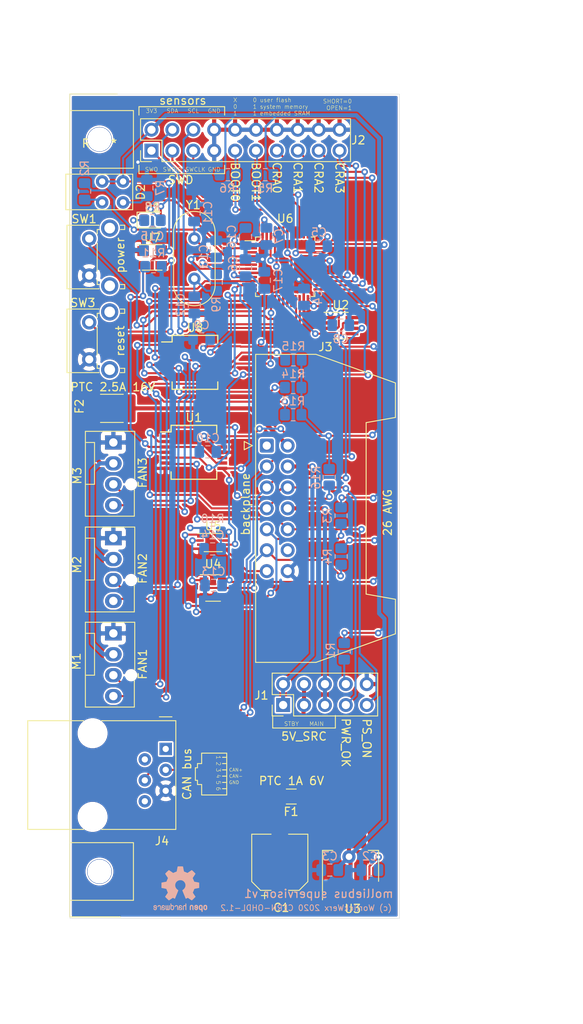
<source format=kicad_pcb>
(kicad_pcb (version 20171130) (host pcbnew 5.1.8-db9833491~88~ubuntu20.04.1)
  (layers (0 F.Cu signal) (31 B.Cu signal) (34 B.Paste user) (35 F.Paste user) (36 B.SilkS user) (37 F.SilkS user) (38 B.Mask user) (39 F.Mask user) (44 Edge.Cuts user))
  (net 0 "")
  (net 1 GND)
  (net 2 "Net-(C1-Pad1)")
  (net 3 +3V3)
  (net 4 "Net-(D1-Pad1)")
  (net 5 /5V_SRC)
  (net 6 /12V)
  (net 7 +12V)
  (net 8 /CRA3)
  (net 9 /CRA2)
  (net 10 /CRA1)
  (net 11 /CRA0)
  (net 12 /~PS_ON~)
  (net 13 /PWR_OK)
  (net 14 /5V)
  (net 15 /5V_SB)
  (net 16 /SDA)
  (net 17 /SCL)
  (net 18 /SWCLK)
  (net 19 /SWDIO)
  (net 20 /SWO)
  (net 21 /3V3)
  (net 22 /OR_OUT)
  (net 23 /OR_INB)
  (net 24 /OR_INA)
  (net 25 /~RESET~)
  (net 26 /CAN+)
  (net 27 /CAN-)
  (net 28 "Net-(J3-Pad1)")
  (net 29 "Net-(M1-Pad4)")
  (net 30 "Net-(M1-Pad3)")
  (net 31 "Net-(M2-Pad4)")
  (net 32 "Net-(M2-Pad3)")
  (net 33 "Net-(M3-Pad4)")
  (net 34 "Net-(M3-Pad3)")
  (net 35 /BOOT0)
  (net 36 /BOOT1)
  (net 37 /PC13)
  (net 38 "Net-(R10-Pad2)")
  (net 39 /PWR_SWITCH)
  (net 40 "Net-(SW3-Pad2)")
  (net 41 "Net-(U1-Pad12)")
  (net 42 "Net-(U1-Pad10)")
  (net 43 "Net-(U1-Pad5)")
  (net 44 /FAN1_PWM)
  (net 45 /FAN1_TACH)
  (net 46 "Net-(U2-Pad8)")
  (net 47 "Net-(U2-Pad5)")
  (net 48 /CANRX)
  (net 49 /CANTX)
  (net 50 "Net-(U6-Pad43)")
  (net 51 "Net-(U6-Pad42)")
  (net 52 "Net-(U6-Pad41)")
  (net 53 "Net-(U6-Pad40)")
  (net 54 "Net-(U6-Pad38)")
  (net 55 "Net-(U6-Pad33)")
  (net 56 "Net-(U6-Pad31)")
  (net 57 "Net-(U6-Pad30)")
  (net 58 "Net-(U6-Pad29)")
  (net 59 "Net-(U6-Pad19)")
  (net 60 "Net-(U6-Pad16)")
  (net 61 /FAN3_TACH)
  (net 62 /FAN2_TACH)
  (net 63 /FAN3_PWM)
  (net 64 /FAN2_PWM)
  (net 65 "Net-(U6-Pad3)")
  (net 66 "Net-(C11-Pad1)")
  (net 67 "Net-(C12-Pad1)")
  (net 68 "Net-(U5-Pad3)")
  (net 69 "Net-(U6-Pad17)")
  (net 70 "Net-(U4-Pad4)")
  (net 71 "Net-(J1-Pad8)")
  (net 72 /CAN_V+)
  (net 73 /~BUS_RESET~)
  (net 74 "Net-(D2-Pad4)")
  (net 75 "Net-(D2-Pad3)")
  (net 76 /LED_POWER)
  (net 77 "Net-(J4-Pad1)")
  (net 78 "Net-(J4-Pad6)")
  (net 79 "Net-(R9-Pad1)")
  (net 80 "Net-(R11-Pad2)")
  (module Resistor_SMD:R_0805_2012Metric_Pad1.20x1.40mm_HandSolder (layer B.Cu) (at 106.68 71.136 270)
    (fp_text reference R9 (at 2.651 0 90) (layer B.SilkS) (effects (justify mirror)))
    (fp_text value 390)
    (pad 2 smd roundrect (at 1 0 270) (size 1.2 1.4) (layers B.Cu B.Paste B.Mask) (roundrect_rratio 0.208333) (net 67 "Net-(C12-Pad1)"))
    (pad 1 smd roundrect (at -1 0 270) (size 1.2 1.4) (layers B.Cu B.Paste B.Mask) (roundrect_rratio 0.208333) (net 79 "Net-(R9-Pad1)"))
  )
  (module Capacitor_SMD:C_0805_2012Metric_Pad1.18x1.45mm_HandSolder (layer B.Cu) (at 106.68 67.056 270)
    (fp_text reference C18 (at 0.889 1.524 270) (layer B.SilkS) (effects (justify mirror)))
    (fp_text value "100nF 16V")
    (pad 1 smd roundrect (at -1.0375 0 270) (size 1.175 1.45) (layers B.Cu B.Paste B.Mask) (roundrect_rratio 0.212766) (net 1 GND))
    (pad 2 smd roundrect (at 1.0375 0 270) (size 1.175 1.45) (layers B.Cu B.Paste B.Mask) (roundrect_rratio 0.212766) (net 25 /~RESET~))
  )
  (module Capacitor_SMD:C_0805_2012Metric_Pad1.18x1.45mm_HandSolder (layer B.Cu) (at 112.522 70.866 90)
    (fp_text reference C17 (at 0 1.68 90) (layer B.SilkS) (effects (justify mirror)))
    (fp_text value "1uF 16V")
    (pad 2 smd roundrect (at 1.0375 0 90) (size 1.175 1.45) (layers B.Cu B.Paste B.Mask) (roundrect_rratio 0.212766) (net 1 GND))
    (pad 1 smd roundrect (at -1.0375 0 90) (size 1.175 1.45) (layers B.Cu B.Paste B.Mask) (roundrect_rratio 0.212766) (net 3 +3V3))
  )
  (module Capacitor_SMD:C_0805_2012Metric_Pad1.18x1.45mm_HandSolder (layer B.Cu) (at 110.236 65.5535 270)
    (fp_text reference C16 (at 0 1.68 90) (layer B.SilkS) (effects (justify mirror)))
    (fp_text value "100nF 16V")
    (pad 2 smd roundrect (at 1.0375 0 270) (size 1.175 1.45) (layers B.Cu B.Paste B.Mask) (roundrect_rratio 0.212766) (net 1 GND))
    (pad 1 smd roundrect (at -1.0375 0 270) (size 1.175 1.45) (layers B.Cu B.Paste B.Mask) (roundrect_rratio 0.212766) (net 3 +3V3))
  )
  (module Symbol:OSHW-Logo2_7.3x6mm_SilkScreen (layer B.Cu) (at 102.3112 144.78 180)
    (fp_text reference REF** hide)
    (fp_text value OSHW-Logo2_7.3x6mm_SilkScreen hide)
  )
  (module 00_supervisor:faceplate_supervisor (layer F.Cu) (at 92.4814 53.7464)
    (fp_text reference REF** (at 0 0.5) (layer F.SilkS))
    (fp_text value faceplate_supervisor)
    (pad "" np_thru_hole circle (at 0 0) (size 3 3) (drill 2.9) (layers *.Cu *.Mask))
    (pad "" np_thru_hole circle (at 0 88.9) (size 3 3) (drill 2.9) (layers *.Cu *.Mask))
  )
  (module 00_supervisor:IDC-Header_2x07_P2.54mm_Latch_Horizontal (layer F.Cu) (at 112.81664 90.932)
    (fp_text reference J3 (at 7.145 -11.97) (layer F.SilkS))
    (fp_text value Conn_02x07_Odd_Even)
    (pad 14 thru_hole circle (at 2.54 15.24) (size 1.7 1.7) (drill 1) (layers *.Cu *.Mask) (net 1 GND))
    (pad 12 thru_hole circle (at 2.54 12.7) (size 1.7 1.7) (drill 1) (layers *.Cu *.Mask) (net 21 /3V3))
    (pad 10 thru_hole circle (at 2.54 10.16) (size 1.7 1.7) (drill 1) (layers *.Cu *.Mask) (net 12 /~PS_ON~))
    (pad 8 thru_hole circle (at 2.54 7.62) (size 1.7 1.7) (drill 1) (layers *.Cu *.Mask) (net 14 /5V))
    (pad 6 thru_hole circle (at 2.54 5.08) (size 1.7 1.7) (drill 1) (layers *.Cu *.Mask) (net 13 /PWR_OK))
    (pad 4 thru_hole circle (at 2.54 2.54) (size 1.7 1.7) (drill 1) (layers *.Cu *.Mask) (net 15 /5V_SB))
    (pad 2 thru_hole circle (at 2.54 0) (size 1.7 1.7) (drill 1) (layers *.Cu *.Mask) (net 6 /12V))
    (pad 13 thru_hole circle (at 0 15.24) (size 1.7 1.7) (drill 1) (layers *.Cu *.Mask) (net 22 /OR_OUT))
    (pad 11 thru_hole circle (at 0 12.7) (size 1.7 1.7) (drill 1) (layers *.Cu *.Mask) (net 23 /OR_INB))
    (pad 9 thru_hole circle (at 0 10.16) (size 1.7 1.7) (drill 1) (layers *.Cu *.Mask) (net 24 /OR_INA))
    (pad 7 thru_hole circle (at 0 7.62) (size 1.7 1.7) (drill 1) (layers *.Cu *.Mask) (net 73 /~BUS_RESET~))
    (pad 5 thru_hole circle (at 0 5.08) (size 1.7 1.7) (drill 1) (layers *.Cu *.Mask) (net 26 /CAN+))
    (pad 3 thru_hole circle (at 0 2.54) (size 1.7 1.7) (drill 1) (layers *.Cu *.Mask) (net 27 /CAN-))
    (pad 1 thru_hole roundrect (at 0 0) (size 1.7 1.7) (drill 1) (layers *.Cu *.Mask) (roundrect_rratio 0.147059) (net 28 "Net-(J3-Pad1)"))
  )
  (module 00_supervisor:RJ12_Amphenol_54601 (layer F.Cu) (at 100.5332 127.762 270)
    (fp_text reference J4 (at 11.176 0.4572 180) (layer F.SilkS))
    (fp_text value RJ12)
    (pad 1 thru_hole rect (at 0 0 270) (size 1.52 1.52) (drill 0.76) (layers *.Cu *.Mask) (net 77 "Net-(J4-Pad1)"))
    (pad "" np_thru_hole circle (at -1.91 8.89 270) (size 3.25 3.25) (drill 3.25) (layers *.Cu *.Mask))
    (pad 2 thru_hole circle (at 1.27 2.54 270) (size 1.52 1.52) (drill 0.76) (layers *.Cu *.Mask) (net 72 /CAN_V+))
    (pad 3 thru_hole circle (at 2.54 0 270) (size 1.52 1.52) (drill 0.76) (layers *.Cu *.Mask) (net 26 /CAN+))
    (pad 4 thru_hole circle (at 3.81 2.54 270) (size 1.52 1.52) (drill 0.76) (layers *.Cu *.Mask) (net 27 /CAN-))
    (pad 5 thru_hole circle (at 5.08 0 270) (size 1.52 1.52) (drill 0.76) (layers *.Cu *.Mask) (net 1 GND))
    (pad 6 thru_hole circle (at 6.35 2.54 270) (size 1.52 1.52) (drill 0.76) (layers *.Cu *.Mask) (net 78 "Net-(J4-Pad6)"))
    (pad "" np_thru_hole circle (at 8.25 8.89 270) (size 3.25 3.25) (drill 3.25) (layers *.Cu *.Mask))
  )
  (module Resistor_SMD:R_0805_2012Metric_Pad1.20x1.40mm_HandSolder (layer B.Cu) (at 98.2472 59.6552 270)
    (fp_text reference R7 (at -0.016 -1.6256 90) (layer B.SilkS) (effects (justify mirror)))
    (fp_text value 510)
    (pad 2 smd roundrect (at 1 0 270) (size 1.2 1.4) (layers B.Cu B.Paste B.Mask) (roundrect_rratio 0.208333) (net 74 "Net-(D2-Pad4)"))
    (pad 1 smd roundrect (at -1 0 270) (size 1.2 1.4) (layers B.Cu B.Paste B.Mask) (roundrect_rratio 0.208333) (net 1 GND))
  )
  (module Resistor_SMD:R_0805_2012Metric_Pad1.20x1.40mm_HandSolder (layer B.Cu) (at 90.678 60.071 270)
    (fp_text reference R2 (at -2.8194 0 90) (layer B.SilkS) (effects (justify mirror)))
    (fp_text value 510)
    (pad 2 smd roundrect (at 1 0 270) (size 1.2 1.4) (layers B.Cu B.Paste B.Mask) (roundrect_rratio 0.208333) (net 75 "Net-(D2-Pad3)"))
    (pad 1 smd roundrect (at -1 0 270) (size 1.2 1.4) (layers B.Cu B.Paste B.Mask) (roundrect_rratio 0.208333) (net 76 /LED_POWER))
  )
  (module 00_supervisor:LED_Dual_RG_discrete (layer F.Cu) (at 88.392 62.2935 90)
    (fp_text reference D2 (at 2.1463 9.0932 90) (layer F.SilkS))
    (fp_text value LED_Dual_AACC)
    (pad 2 thru_hole circle (at 3.429 6.9596 90) (size 1.524 1.524) (drill 0.762) (layers *.Cu *.Mask) (net 3 +3V3))
    (pad 1 thru_hole circle (at 3.429 4.4196 90) (size 1.524 1.524) (drill 0.762) (layers *.Cu *.Mask) (net 3 +3V3))
    (pad 4 thru_hole circle (at 0.889 6.9596 90) (size 1.524 1.524) (drill 0.762) (layers *.Cu *.Mask) (net 74 "Net-(D2-Pad4)"))
    (pad 3 thru_hole circle (at 0.889 4.4196 90) (size 1.524 1.524) (drill 0.762) (layers *.Cu *.Mask) (net 75 "Net-(D2-Pad3)"))
  )
  (module Capacitor_SMD:CP_Elec_6.3x7.7 (layer F.Cu) (at 114.4016 141.5212 90)
    (fp_text reference C1 (at -5.5194 0.1778 180) (layer F.SilkS))
    (fp_text value "100uF 16V")
    (pad 2 smd roundrect (at 2.7 0 90) (size 3.5 1.6) (layers F.Cu F.Paste F.Mask) (roundrect_rratio 0.15625) (net 1 GND))
    (pad 1 smd roundrect (at -2.7 0 90) (size 3.5 1.6) (layers F.Cu F.Paste F.Mask) (roundrect_rratio 0.15625) (net 2 "Net-(C1-Pad1)"))
  )
  (module Resistor_SMD:R_0805_2012Metric_Pad1.20x1.40mm_HandSolder (layer B.Cu) (at 116.0305 87.1855 180)
    (fp_text reference R13 (at 0 1.65) (layer B.SilkS) (effects (justify mirror)))
    (fp_text value 10K)
    (pad 2 smd roundrect (at 1 0 180) (size 1.2 1.4) (layers B.Cu B.Paste B.Mask) (roundrect_rratio 0.208333) (net 30 "Net-(M1-Pad3)"))
    (pad 1 smd roundrect (at -1 0 180) (size 1.2 1.4) (layers B.Cu B.Paste B.Mask) (roundrect_rratio 0.208333) (net 3 +3V3))
  )
  (module Resistor_SMD:R_0805_2012Metric_Pad1.20x1.40mm_HandSolder (layer B.Cu) (at 116.0305 83.8835 180)
    (fp_text reference R14 (at 0 1.65) (layer B.SilkS) (effects (justify mirror)))
    (fp_text value 10K)
    (pad 2 smd roundrect (at 1 0 180) (size 1.2 1.4) (layers B.Cu B.Paste B.Mask) (roundrect_rratio 0.208333) (net 32 "Net-(M2-Pad3)"))
    (pad 1 smd roundrect (at -1 0 180) (size 1.2 1.4) (layers B.Cu B.Paste B.Mask) (roundrect_rratio 0.208333) (net 3 +3V3))
  )
  (module Capacitor_SMD:C_0805_2012Metric_Pad1.18x1.45mm_HandSolder (layer B.Cu) (at 98.9115 67.183 180)
    (fp_text reference C15 (at 0 1.68) (layer B.SilkS) (effects (justify mirror)))
    (fp_text value "100nF 16V")
    (pad 2 smd roundrect (at 1.0375 0 180) (size 1.175 1.45) (layers B.Cu B.Paste B.Mask) (roundrect_rratio 0.212766) (net 1 GND))
    (pad 1 smd roundrect (at -1.0375 0 180) (size 1.175 1.45) (layers B.Cu B.Paste B.Mask) (roundrect_rratio 0.212766) (net 3 +3V3))
  )
  (module Capacitor_SMD:C_0805_2012Metric_Pad1.18x1.45mm_HandSolder (layer B.Cu) (at 106.23686 103.47452 180)
    (fp_text reference C14 (at 0 1.68) (layer B.SilkS) (effects (justify mirror)))
    (fp_text value "100nF 16V")
    (pad 2 smd roundrect (at 1.0375 0 180) (size 1.175 1.45) (layers B.Cu B.Paste B.Mask) (roundrect_rratio 0.212766) (net 1 GND))
    (pad 1 smd roundrect (at -1.0375 0 180) (size 1.175 1.45) (layers B.Cu B.Paste B.Mask) (roundrect_rratio 0.212766) (net 3 +3V3))
  )
  (module Capacitor_SMD:C_0805_2012Metric_Pad1.18x1.45mm_HandSolder (layer B.Cu) (at 106.3537 107.8992 180)
    (fp_text reference C13 (at 0 1.68) (layer B.SilkS) (effects (justify mirror)))
    (fp_text value "100nF 16V")
    (pad 2 smd roundrect (at 1.0375 0 180) (size 1.175 1.45) (layers B.Cu B.Paste B.Mask) (roundrect_rratio 0.212766) (net 1 GND))
    (pad 1 smd roundrect (at -1.0375 0 180) (size 1.175 1.45) (layers B.Cu B.Paste B.Mask) (roundrect_rratio 0.212766) (net 3 +3V3))
  )
  (module Package_TO_SOT_SMD:SOT-143 (layer F.Cu) (at 98.89 68.08)
    (fp_text reference U7 (at 0.02 -2.38) (layer F.SilkS))
    (fp_text value CAT811TTBI-GT3)
    (pad 4 smd rect (at 1.1 -0.95 270) (size 1 1.4) (layers F.Cu F.Paste F.Mask) (net 3 +3V3))
    (pad 3 smd rect (at 1.1 0.95 270) (size 1 1.4) (layers F.Cu F.Paste F.Mask) (net 40 "Net-(SW3-Pad2)"))
    (pad 2 smd rect (at -1.1 0.95 270) (size 1 1.4) (layers F.Cu F.Paste F.Mask) (net 80 "Net-(R11-Pad2)"))
    (pad 1 smd rect (at -1.1 -0.77 270) (size 1.2 1.4) (layers F.Cu F.Paste F.Mask) (net 1 GND))
  )
  (module Package_SO:SSOP-14_5.3x6.2mm_P0.65mm (layer F.Cu) (at 104.0892 80.8228)
    (fp_text reference U8 (at 0 -4.2) (layer F.SilkS))
    (fp_text value SN74LVC07ADB)
    (pad 14 smd rect (at 3.45 -1.95) (size 1.2 0.4) (layers F.Cu F.Paste F.Mask) (net 3 +3V3))
    (pad 13 smd rect (at 3.45 -1.3) (size 1.2 0.4) (layers F.Cu F.Paste F.Mask) (net 63 /FAN3_PWM))
    (pad 12 smd rect (at 3.45 -0.65) (size 1.2 0.4) (layers F.Cu F.Paste F.Mask) (net 33 "Net-(M3-Pad4)"))
    (pad 11 smd rect (at 3.45 0) (size 1.2 0.4) (layers F.Cu F.Paste F.Mask) (net 34 "Net-(M3-Pad3)"))
    (pad 10 smd rect (at 3.45 0.65) (size 1.2 0.4) (layers F.Cu F.Paste F.Mask) (net 61 /FAN3_TACH))
    (pad 9 smd rect (at 3.45 1.3) (size 1.2 0.4) (layers F.Cu F.Paste F.Mask) (net 64 /FAN2_PWM))
    (pad 8 smd rect (at 3.45 1.95) (size 1.2 0.4) (layers F.Cu F.Paste F.Mask) (net 31 "Net-(M2-Pad4)"))
    (pad 7 smd rect (at -3.45 1.95) (size 1.2 0.4) (layers F.Cu F.Paste F.Mask) (net 1 GND))
    (pad 6 smd rect (at -3.45 1.3) (size 1.2 0.4) (layers F.Cu F.Paste F.Mask) (net 62 /FAN2_TACH))
    (pad 5 smd rect (at -3.45 0.65) (size 1.2 0.4) (layers F.Cu F.Paste F.Mask) (net 32 "Net-(M2-Pad3)"))
    (pad 4 smd rect (at -3.45 0) (size 1.2 0.4) (layers F.Cu F.Paste F.Mask) (net 29 "Net-(M1-Pad4)"))
    (pad 3 smd rect (at -3.45 -0.65) (size 1.2 0.4) (layers F.Cu F.Paste F.Mask) (net 44 /FAN1_PWM))
    (pad 2 smd rect (at -3.45 -1.3) (size 1.2 0.4) (layers F.Cu F.Paste F.Mask) (net 45 /FAN1_TACH))
    (pad 1 smd rect (at -3.45 -1.95) (size 1.2 0.4) (layers F.Cu F.Paste F.Mask) (net 30 "Net-(M1-Pad3)"))
  )
  (module Connector:FanPinHeader_1x04_P2.54mm_Vertical (layer F.Cu) (at 94.1705 113.7285 270)
    (fp_text reference M1 (at 3.4036 4.4958 90) (layer F.SilkS))
    (fp_text value Fan_4pin)
    (pad "" np_thru_hole circle (at 5.08 -2.16) (size 1.1 1.1) (drill 1.1) (layers *.Cu *.Mask))
    (pad 4 thru_hole oval (at 7.62 0) (size 2.03 1.73) (drill 1.02) (layers *.Cu *.Mask) (net 29 "Net-(M1-Pad4)"))
    (pad 3 thru_hole oval (at 5.08 0) (size 2.03 1.73) (drill 1.02) (layers *.Cu *.Mask) (net 30 "Net-(M1-Pad3)"))
    (pad 2 thru_hole oval (at 2.54 0) (size 2.03 1.73) (drill 1.02) (layers *.Cu *.Mask) (net 7 +12V))
    (pad 1 thru_hole rect (at 0 0) (size 2.03 1.73) (drill 1.02) (layers *.Cu *.Mask) (net 1 GND))
  )
  (module Fuse:Fuse_1812_4532Metric_Pad1.30x3.40mm_HandSolder (layer F.Cu) (at 93.9902 86.4108)
    (fp_text reference F2 (at -3.9472 -0.2413 90) (layer F.SilkS))
    (fp_text value "PTC 2.5A 16V")
    (pad 2 smd roundrect (at 2.225 0) (size 1.3 3.4) (layers F.Cu F.Paste F.Mask) (roundrect_rratio 0.192308) (net 6 /12V))
    (pad 1 smd roundrect (at -2.225 0) (size 1.3 3.4) (layers F.Cu F.Paste F.Mask) (roundrect_rratio 0.192308) (net 7 +12V))
  )
  (module Connector:FanPinHeader_1x04_P2.54mm_Vertical (layer F.Cu) (at 94.1705 102.1715 270)
    (fp_text reference M2 (at 3.2258 4.4196 90) (layer F.SilkS))
    (fp_text value Fan_4pin)
    (pad "" np_thru_hole circle (at 5.08 -2.16) (size 1.1 1.1) (drill 1.1) (layers *.Cu *.Mask))
    (pad 4 thru_hole oval (at 7.62 0) (size 2.03 1.73) (drill 1.02) (layers *.Cu *.Mask) (net 31 "Net-(M2-Pad4)"))
    (pad 3 thru_hole oval (at 5.08 0) (size 2.03 1.73) (drill 1.02) (layers *.Cu *.Mask) (net 32 "Net-(M2-Pad3)"))
    (pad 2 thru_hole oval (at 2.54 0) (size 2.03 1.73) (drill 1.02) (layers *.Cu *.Mask) (net 7 +12V))
    (pad 1 thru_hole rect (at 0 0) (size 2.03 1.73) (drill 1.02) (layers *.Cu *.Mask) (net 1 GND))
  )
  (module Connector:FanPinHeader_1x04_P2.54mm_Vertical (layer F.Cu) (at 94.1705 90.551 270)
    (fp_text reference M3 (at 4.0386 4.3942 90) (layer F.SilkS))
    (fp_text value Fan_4pin)
    (pad "" np_thru_hole circle (at 5.08 -2.16) (size 1.1 1.1) (drill 1.1) (layers *.Cu *.Mask))
    (pad 4 thru_hole oval (at 7.62 0) (size 2.03 1.73) (drill 1.02) (layers *.Cu *.Mask) (net 33 "Net-(M3-Pad4)"))
    (pad 3 thru_hole oval (at 5.08 0) (size 2.03 1.73) (drill 1.02) (layers *.Cu *.Mask) (net 34 "Net-(M3-Pad3)"))
    (pad 2 thru_hole oval (at 2.54 0) (size 2.03 1.73) (drill 1.02) (layers *.Cu *.Mask) (net 7 +12V))
    (pad 1 thru_hole rect (at 0 0) (size 2.03 1.73) (drill 1.02) (layers *.Cu *.Mask) (net 1 GND))
  )
  (module Connector_PinHeader_2.54mm:PinHeader_2x10_P2.54mm_Vertical (layer F.Cu) (at 98.806 55.118 90)
    (fp_text reference J2 (at 1.27 25.146 180) (layer F.SilkS))
    (fp_text value Conn_02x10_Odd_Even)
    (pad 20 thru_hole oval (at 2.54 22.86 90) (size 1.7 1.7) (drill 1) (layers *.Cu *.Mask) (net 1 GND))
    (pad 19 thru_hole oval (at 0 22.86 90) (size 1.7 1.7) (drill 1) (layers *.Cu *.Mask) (net 8 /CRA3))
    (pad 18 thru_hole oval (at 2.54 20.32 90) (size 1.7 1.7) (drill 1) (layers *.Cu *.Mask) (net 1 GND))
    (pad 17 thru_hole oval (at 0 20.32 90) (size 1.7 1.7) (drill 1) (layers *.Cu *.Mask) (net 9 /CRA2))
    (pad 16 thru_hole oval (at 2.54 17.78 90) (size 1.7 1.7) (drill 1) (layers *.Cu *.Mask) (net 1 GND))
    (pad 15 thru_hole oval (at 0 17.78 90) (size 1.7 1.7) (drill 1) (layers *.Cu *.Mask) (net 10 /CRA1))
    (pad 14 thru_hole oval (at 2.54 15.24 90) (size 1.7 1.7) (drill 1) (layers *.Cu *.Mask) (net 1 GND))
    (pad 13 thru_hole oval (at 0 15.24 90) (size 1.7 1.7) (drill 1) (layers *.Cu *.Mask) (net 11 /CRA0))
    (pad 12 thru_hole oval (at 2.54 12.7 90) (size 1.7 1.7) (drill 1) (layers *.Cu *.Mask) (net 1 GND))
    (pad 11 thru_hole oval (at 0 12.7 90) (size 1.7 1.7) (drill 1) (layers *.Cu *.Mask) (net 36 /BOOT1))
    (pad 10 thru_hole oval (at 2.54 10.16 90) (size 1.7 1.7) (drill 1) (layers *.Cu *.Mask) (net 1 GND))
    (pad 9 thru_hole oval (at 0 10.16 90) (size 1.7 1.7) (drill 1) (layers *.Cu *.Mask) (net 35 /BOOT0))
    (pad 8 thru_hole oval (at 2.54 7.62 90) (size 1.7 1.7) (drill 1) (layers *.Cu *.Mask) (net 1 GND))
    (pad 7 thru_hole oval (at 0 7.62 90) (size 1.7 1.7) (drill 1) (layers *.Cu *.Mask) (net 1 GND))
    (pad 6 thru_hole oval (at 2.54 5.08 90) (size 1.7 1.7) (drill 1) (layers *.Cu *.Mask) (net 17 /SCL))
    (pad 5 thru_hole oval (at 0 5.08 90) (size 1.7 1.7) (drill 1) (layers *.Cu *.Mask) (net 18 /SWCLK))
    (pad 4 thru_hole oval (at 2.54 2.54 90) (size 1.7 1.7) (drill 1) (layers *.Cu *.Mask) (net 16 /SDA))
    (pad 3 thru_hole oval (at 0 2.54 90) (size 1.7 1.7) (drill 1) (layers *.Cu *.Mask) (net 19 /SWDIO))
    (pad 2 thru_hole oval (at 2.54 0 90) (size 1.7 1.7) (drill 1) (layers *.Cu *.Mask) (net 3 +3V3))
    (pad 1 thru_hole rect (at 0 0 90) (size 1.7 1.7) (drill 1) (layers *.Cu *.Mask) (net 20 /SWO))
  )
  (module Connector_PinHeader_2.54mm:PinHeader_2x05_P2.54mm_Vertical (layer F.Cu) (at 114.808 122.428 90)
    (fp_text reference J1 (at 1.1684 -2.6416 180) (layer F.SilkS))
    (fp_text value Conn_02x05_Odd_Even)
    (pad 10 thru_hole oval (at 2.54 10.16 90) (size 1.7 1.7) (drill 1) (layers *.Cu *.Mask) (net 1 GND))
    (pad 9 thru_hole oval (at 0 10.16 90) (size 1.7 1.7) (drill 1) (layers *.Cu *.Mask) (net 12 /~PS_ON~))
    (pad 8 thru_hole oval (at 2.54 7.62 90) (size 1.7 1.7) (drill 1) (layers *.Cu *.Mask) (net 71 "Net-(J1-Pad8)"))
    (pad 7 thru_hole oval (at 0 7.62 90) (size 1.7 1.7) (drill 1) (layers *.Cu *.Mask) (net 13 /PWR_OK))
    (pad 6 thru_hole oval (at 2.54 5.08 90) (size 1.7 1.7) (drill 1) (layers *.Cu *.Mask) (net 14 /5V))
    (pad 5 thru_hole oval (at 0 5.08 90) (size 1.7 1.7) (drill 1) (layers *.Cu *.Mask) (net 14 /5V))
    (pad 4 thru_hole oval (at 2.54 2.54 90) (size 1.7 1.7) (drill 1) (layers *.Cu *.Mask) (net 5 /5V_SRC))
    (pad 3 thru_hole oval (at 0 2.54 90) (size 1.7 1.7) (drill 1) (layers *.Cu *.Mask) (net 5 /5V_SRC))
    (pad 2 thru_hole oval (at 2.54 0 90) (size 1.7 1.7) (drill 1) (layers *.Cu *.Mask) (net 15 /5V_SB))
    (pad 1 thru_hole rect (at 0 0 90) (size 1.7 1.7) (drill 1) (layers *.Cu *.Mask) (net 15 /5V_SB))
  )
  (module Package_SO:SSOP-14_5.3x6.2mm_P0.65mm (layer F.Cu) (at 103.9622 91.7448)
    (fp_text reference U1 (at 0 -4.2) (layer F.SilkS))
    (fp_text value SN74LVC07ADB)
    (pad 14 smd rect (at 3.45 -1.95) (size 1.2 0.4) (layers F.Cu F.Paste F.Mask) (net 3 +3V3))
    (pad 13 smd rect (at 3.45 -1.3) (size 1.2 0.4) (layers F.Cu F.Paste F.Mask) (net 1 GND))
    (pad 12 smd rect (at 3.45 -0.65) (size 1.2 0.4) (layers F.Cu F.Paste F.Mask) (net 41 "Net-(U1-Pad12)"))
    (pad 11 smd rect (at 3.45 0) (size 1.2 0.4) (layers F.Cu F.Paste F.Mask) (net 1 GND))
    (pad 10 smd rect (at 3.45 0.65) (size 1.2 0.4) (layers F.Cu F.Paste F.Mask) (net 42 "Net-(U1-Pad10)"))
    (pad 9 smd rect (at 3.45 1.3) (size 1.2 0.4) (layers F.Cu F.Paste F.Mask) (net 80 "Net-(R11-Pad2)"))
    (pad 8 smd rect (at 3.45 1.95) (size 1.2 0.4) (layers F.Cu F.Paste F.Mask) (net 25 /~RESET~))
    (pad 7 smd rect (at -3.45 1.95) (size 1.2 0.4) (layers F.Cu F.Paste F.Mask) (net 1 GND))
    (pad 6 smd rect (at -3.45 1.3) (size 1.2 0.4) (layers F.Cu F.Paste F.Mask) (net 12 /~PS_ON~))
    (pad 5 smd rect (at -3.45 0.65) (size 1.2 0.4) (layers F.Cu F.Paste F.Mask) (net 43 "Net-(U1-Pad5)"))
    (pad 4 smd rect (at -3.45 0) (size 1.2 0.4) (layers F.Cu F.Paste F.Mask) (net 73 /~BUS_RESET~))
    (pad 3 smd rect (at -3.45 -0.65) (size 1.2 0.4) (layers F.Cu F.Paste F.Mask) (net 80 "Net-(R11-Pad2)"))
    (pad 2 smd rect (at -3.45 -1.3) (size 1.2 0.4) (layers F.Cu F.Paste F.Mask) (net 73 /~BUS_RESET~))
    (pad 1 smd rect (at -3.45 -1.95) (size 1.2 0.4) (layers F.Cu F.Paste F.Mask) (net 13 /PWR_OK))
  )
  (module Package_SO:VSSOP-8_2.3x2mm_P0.5mm (layer F.Cu) (at 106.2996 102.7056)
    (fp_text reference U5 (at 0 -2) (layer F.SilkS))
    (fp_text value SN74LVC2G74DCUR)
    (pad 8 smd rect (at 1.55 -0.75 270) (size 0.3 0.8) (layers F.Cu F.Paste F.Mask) (net 3 +3V3))
    (pad 7 smd rect (at 1.55 -0.25 270) (size 0.3 0.8) (layers F.Cu F.Paste F.Mask) (net 38 "Net-(R10-Pad2)"))
    (pad 6 smd rect (at 1.55 0.25 270) (size 0.3 0.8) (layers F.Cu F.Paste F.Mask) (net 25 /~RESET~))
    (pad 5 smd rect (at 1.55 0.75 270) (size 0.3 0.8) (layers F.Cu F.Paste F.Mask) (net 22 /OR_OUT))
    (pad 4 smd rect (at -1.55 0.75 270) (size 0.3 0.8) (layers F.Cu F.Paste F.Mask) (net 1 GND))
    (pad 3 smd rect (at -1.55 0.25 270) (size 0.3 0.8) (layers F.Cu F.Paste F.Mask) (net 68 "Net-(U5-Pad3)"))
    (pad 2 smd rect (at -1.55 -0.25 270) (size 0.3 0.8) (layers F.Cu F.Paste F.Mask) (net 24 /OR_INA))
    (pad 1 smd rect (at -1.55 -0.75 270) (size 0.3 0.8) (layers F.Cu F.Paste F.Mask) (net 70 "Net-(U4-Pad4)"))
  )
  (module Crystal:Crystal_HC49-4H_Vertical (layer F.Cu) (at 104.013 65.786 270)
    (fp_text reference Y1 (at -4.064 0.127 180) (layer F.SilkS))
    (fp_text value 8Mhz)
    (pad 2 thru_hole circle (at 4.88 0 270) (size 1.5 1.5) (drill 0.8) (layers *.Cu *.Mask) (net 67 "Net-(C12-Pad1)"))
    (pad 1 thru_hole circle (at 0 0 270) (size 1.5 1.5) (drill 0.8) (layers *.Cu *.Mask) (net 66 "Net-(C11-Pad1)"))
  )
  (module Capacitor_SMD:C_0805_2012Metric_Pad1.18x1.45mm_HandSolder (layer B.Cu) (at 104.013 73.8593 270)
    (fp_text reference C12 (at 0 1.68 90) (layer B.SilkS) (effects (justify mirror)))
    (fp_text value 22pF)
    (pad 2 smd roundrect (at 1.0375 0 270) (size 1.175 1.45) (layers B.Cu B.Paste B.Mask) (roundrect_rratio 0.212766) (net 1 GND))
    (pad 1 smd roundrect (at -1.0375 0 270) (size 1.175 1.45) (layers B.Cu B.Paste B.Mask) (roundrect_rratio 0.212766) (net 67 "Net-(C12-Pad1)"))
  )
  (module Capacitor_SMD:C_0805_2012Metric_Pad1.18x1.45mm_HandSolder (layer B.Cu) (at 103.9876 62.6833 90)
    (fp_text reference C11 (at 0 1.68 90) (layer B.SilkS) (effects (justify mirror)))
    (fp_text value 22pF)
    (pad 2 smd roundrect (at 1.0375 0 90) (size 1.175 1.45) (layers B.Cu B.Paste B.Mask) (roundrect_rratio 0.212766) (net 1 GND))
    (pad 1 smd roundrect (at -1.0375 0 90) (size 1.175 1.45) (layers B.Cu B.Paste B.Mask) (roundrect_rratio 0.212766) (net 66 "Net-(C11-Pad1)"))
  )
  (module Package_QFP:LQFP-48_7x7mm_P0.5mm (layer F.Cu) (at 115.062 69.215)
    (fp_text reference U6 (at 0 -5.85) (layer F.SilkS))
    (fp_text value STM32F103C8T6)
    (pad 48 smd roundrect (at -2.75 -4.1625) (size 0.3 1.475) (layers F.Cu F.Paste F.Mask) (net 3 +3V3))
    (pad 47 smd roundrect (at -2.25 -4.1625) (size 0.3 1.475) (layers F.Cu F.Paste F.Mask) (net 1 GND))
    (pad 46 smd roundrect (at -1.75 -4.1625) (size 0.3 1.475) (layers F.Cu F.Paste F.Mask) (net 49 /CANTX))
    (pad 45 smd roundrect (at -1.25 -4.1625) (size 0.3 1.475) (layers F.Cu F.Paste F.Mask) (net 48 /CANRX))
    (pad 44 smd roundrect (at -0.75 -4.1625) (size 0.3 1.475) (layers F.Cu F.Paste F.Mask) (net 35 /BOOT0))
    (pad 43 smd roundrect (at -0.25 -4.1625) (size 0.3 1.475) (layers F.Cu F.Paste F.Mask) (net 50 "Net-(U6-Pad43)"))
    (pad 42 smd roundrect (at 0.25 -4.1625) (size 0.3 1.475) (layers F.Cu F.Paste F.Mask) (net 51 "Net-(U6-Pad42)"))
    (pad 41 smd roundrect (at 0.75 -4.1625) (size 0.3 1.475) (layers F.Cu F.Paste F.Mask) (net 52 "Net-(U6-Pad41)"))
    (pad 40 smd roundrect (at 1.25 -4.1625) (size 0.3 1.475) (layers F.Cu F.Paste F.Mask) (net 53 "Net-(U6-Pad40)"))
    (pad 39 smd roundrect (at 1.75 -4.1625) (size 0.3 1.475) (layers F.Cu F.Paste F.Mask) (net 20 /SWO))
    (pad 38 smd roundrect (at 2.25 -4.1625) (size 0.3 1.475) (layers F.Cu F.Paste F.Mask) (net 54 "Net-(U6-Pad38)"))
    (pad 37 smd roundrect (at 2.75 -4.1625) (size 0.3 1.475) (layers F.Cu F.Paste F.Mask) (net 18 /SWCLK))
    (pad 36 smd roundrect (at 4.1625 -2.75) (size 1.475 0.3) (layers F.Cu F.Paste F.Mask) (net 3 +3V3))
    (pad 35 smd roundrect (at 4.1625 -2.25) (size 1.475 0.3) (layers F.Cu F.Paste F.Mask) (net 1 GND))
    (pad 34 smd roundrect (at 4.1625 -1.75) (size 1.475 0.3) (layers F.Cu F.Paste F.Mask) (net 19 /SWDIO))
    (pad 33 smd roundrect (at 4.1625 -1.25) (size 1.475 0.3) (layers F.Cu F.Paste F.Mask) (net 55 "Net-(U6-Pad33)"))
    (pad 32 smd roundrect (at 4.1625 -0.75) (size 1.475 0.3) (layers F.Cu F.Paste F.Mask) (net 43 "Net-(U1-Pad5)"))
    (pad 31 smd roundrect (at 4.1625 -0.25) (size 1.475 0.3) (layers F.Cu F.Paste F.Mask) (net 56 "Net-(U6-Pad31)"))
    (pad 30 smd roundrect (at 4.1625 0.25) (size 1.475 0.3) (layers F.Cu F.Paste F.Mask) (net 57 "Net-(U6-Pad30)"))
    (pad 29 smd roundrect (at 4.1625 0.75) (size 1.475 0.3) (layers F.Cu F.Paste F.Mask) (net 58 "Net-(U6-Pad29)"))
    (pad 28 smd roundrect (at 4.1625 1.25) (size 1.475 0.3) (layers F.Cu F.Paste F.Mask) (net 8 /CRA3))
    (pad 27 smd roundrect (at 4.1625 1.75) (size 1.475 0.3) (layers F.Cu F.Paste F.Mask) (net 9 /CRA2))
    (pad 26 smd roundrect (at 4.1625 2.25) (size 1.475 0.3) (layers F.Cu F.Paste F.Mask) (net 10 /CRA1))
    (pad 25 smd roundrect (at 4.1625 2.75) (size 1.475 0.3) (layers F.Cu F.Paste F.Mask) (net 11 /CRA0))
    (pad 24 smd roundrect (at 2.75 4.1625) (size 0.3 1.475) (layers F.Cu F.Paste F.Mask) (net 3 +3V3))
    (pad 23 smd roundrect (at 2.25 4.1625) (size 0.3 1.475) (layers F.Cu F.Paste F.Mask) (net 1 GND))
    (pad 22 smd roundrect (at 1.75 4.1625) (size 0.3 1.475) (layers F.Cu F.Paste F.Mask) (net 16 /SDA))
    (pad 21 smd roundrect (at 1.25 4.1625) (size 0.3 1.475) (layers F.Cu F.Paste F.Mask) (net 17 /SCL))
    (pad 20 smd roundrect (at 0.75 4.1625) (size 0.3 1.475) (layers F.Cu F.Paste F.Mask) (net 36 /BOOT1))
    (pad 19 smd roundrect (at 0.25 4.1625) (size 0.3 1.475) (layers F.Cu F.Paste F.Mask) (net 59 "Net-(U6-Pad19)"))
    (pad 18 smd roundrect (at -0.25 4.1625) (size 0.3 1.475) (layers F.Cu F.Paste F.Mask) (net 39 /PWR_SWITCH))
    (pad 17 smd roundrect (at -0.75 4.1625) (size 0.3 1.475) (layers F.Cu F.Paste F.Mask) (net 69 "Net-(U6-Pad17)"))
    (pad 16 smd roundrect (at -1.25 4.1625) (size 0.3 1.475) (layers F.Cu F.Paste F.Mask) (net 60 "Net-(U6-Pad16)"))
    (pad 15 smd roundrect (at -1.75 4.1625) (size 0.3 1.475) (layers F.Cu F.Paste F.Mask) (net 61 /FAN3_TACH))
    (pad 14 smd roundrect (at -2.25 4.1625) (size 0.3 1.475) (layers F.Cu F.Paste F.Mask) (net 62 /FAN2_TACH))
    (pad 13 smd roundrect (at -2.75 4.1625) (size 0.3 1.475) (layers F.Cu F.Paste F.Mask) (net 45 /FAN1_TACH))
    (pad 12 smd roundrect (at -4.1625 2.75) (size 1.475 0.3) (layers F.Cu F.Paste F.Mask) (net 63 /FAN3_PWM))
    (pad 11 smd roundrect (at -4.1625 2.25) (size 1.475 0.3) (layers F.Cu F.Paste F.Mask) (net 64 /FAN2_PWM))
    (pad 10 smd roundrect (at -4.1625 1.75) (size 1.475 0.3) (layers F.Cu F.Paste F.Mask) (net 44 /FAN1_PWM))
    (pad 9 smd roundrect (at -4.1625 1.25) (size 1.475 0.3) (layers F.Cu F.Paste F.Mask) (net 3 +3V3))
    (pad 8 smd roundrect (at -4.1625 0.75) (size 1.475 0.3) (layers F.Cu F.Paste F.Mask) (net 1 GND))
    (pad 7 smd roundrect (at -4.1625 0.25) (size 1.475 0.3) (layers F.Cu F.Paste F.Mask) (net 25 /~RESET~))
    (pad 6 smd roundrect (at -4.1625 -0.25) (size 1.475 0.3) (layers F.Cu F.Paste F.Mask) (net 79 "Net-(R9-Pad1)"))
    (pad 5 smd roundrect (at -4.1625 -0.75) (size 1.475 0.3) (layers F.Cu F.Paste F.Mask) (net 66 "Net-(C11-Pad1)"))
    (pad 4 smd roundrect (at -4.1625 -1.25) (size 1.475 0.3) (layers F.Cu F.Paste F.Mask) (net 76 /LED_POWER))
    (pad 3 smd roundrect (at -4.1625 -1.75) (size 1.475 0.3) (layers F.Cu F.Paste F.Mask) (net 65 "Net-(U6-Pad3)"))
    (pad 2 smd roundrect (at -4.1625 -2.25) (size 1.475 0.3) (layers F.Cu F.Paste F.Mask) (net 37 /PC13))
    (pad 1 smd roundrect (at -4.1625 -2.75) (size 1.475 0.3) (layers F.Cu F.Paste F.Mask) (net 3 +3V3))
  )
  (module Package_TO_SOT_SMD:SOT-23-5 (layer F.Cu) (at 106.2912 108.2142)
    (fp_text reference U4 (at 0 -2.9) (layer F.SilkS))
    (fp_text value SN74LVC1G86DBV)
    (pad 5 smd rect (at 1.1 -0.95) (size 1.06 0.65) (layers F.Cu F.Paste F.Mask) (net 3 +3V3))
    (pad 4 smd rect (at 1.1 0.95) (size 1.06 0.65) (layers F.Cu F.Paste F.Mask) (net 70 "Net-(U4-Pad4)"))
    (pad 3 smd rect (at -1.1 0.95) (size 1.06 0.65) (layers F.Cu F.Paste F.Mask) (net 1 GND))
    (pad 2 smd rect (at -1.1 0) (size 1.06 0.65) (layers F.Cu F.Paste F.Mask) (net 23 /OR_INB))
    (pad 1 smd rect (at -1.1 -0.95) (size 1.06 0.65) (layers F.Cu F.Paste F.Mask) (net 24 /OR_INA))
  )
  (module Package_TO_SOT_SMD:SOT-223-3_TabPin2 (layer F.Cu) (at 122.9982 141.9856 90)
    (fp_text reference U3 (at -5.182 0.268 180) (layer F.SilkS))
    (fp_text value LM1117-IMPX3.3)
    (pad 1 smd rect (at -3.15 -2.3 90) (size 2 1.5) (layers F.Cu F.Paste F.Mask) (net 1 GND))
    (pad 3 smd rect (at -3.15 2.3 90) (size 2 1.5) (layers F.Cu F.Paste F.Mask) (net 2 "Net-(C1-Pad1)"))
    (pad 2 smd rect (at -3.15 0 90) (size 2 1.5) (layers F.Cu F.Paste F.Mask) (net 3 +3V3))
    (pad 2 smd rect (at 3.15 0 90) (size 2 3.8) (layers F.Cu F.Paste F.Mask) (net 3 +3V3))
  )
  (module Package_TO_SOT_SMD:SOT-23-8_Handsoldering (layer F.Cu) (at 121.8222 76.3672)
    (fp_text reference U2 (at 0 -2.5) (layer F.SilkS))
    (fp_text value TCAN332DR)
    (pad 8 smd rect (at 1.35 -0.98) (size 1.56 0.4) (layers F.Cu F.Paste F.Mask) (net 46 "Net-(U2-Pad8)"))
    (pad 7 smd rect (at 1.35 -0.33) (size 1.56 0.4) (layers F.Cu F.Paste F.Mask) (net 26 /CAN+))
    (pad 6 smd rect (at 1.35 0.33) (size 1.56 0.4) (layers F.Cu F.Paste F.Mask) (net 27 /CAN-))
    (pad 5 smd rect (at 1.35 0.98) (size 1.56 0.4) (layers F.Cu F.Paste F.Mask) (net 47 "Net-(U2-Pad5)"))
    (pad 4 smd rect (at -1.35 0.98) (size 1.56 0.4) (layers F.Cu F.Paste F.Mask) (net 48 /CANRX))
    (pad 3 smd rect (at -1.35 0.33) (size 1.56 0.4) (layers F.Cu F.Paste F.Mask) (net 3 +3V3))
    (pad 2 smd rect (at -1.35 -0.33) (size 1.56 0.4) (layers F.Cu F.Paste F.Mask) (net 1 GND))
    (pad 1 smd rect (at -1.35 -0.98) (size 1.56 0.4) (layers F.Cu F.Paste F.Mask) (net 49 /CANTX))
  )
  (module Button_Switch_THT:SW_Tactile_SPST_Angled_PTS645Vx83-2LFS (layer F.Cu) (at 91.236 80.4614 90)
    (fp_text reference SW3 (at 6.8649 -0.7739 180) (layer F.SilkS))
    (fp_text value SW_Push)
    (pad "" thru_hole circle (at -1.25 2.49 90) (size 2.1 2.1) (drill 1.3) (layers *.Cu *.Mask))
    (pad 1 thru_hole circle (at 0 0 90) (size 1.75 1.75) (drill 0.99) (layers *.Cu *.Mask) (net 1 GND))
    (pad 2 thru_hole circle (at 4.5 0 90) (size 1.75 1.75) (drill 0.99) (layers *.Cu *.Mask) (net 40 "Net-(SW3-Pad2)"))
    (pad "" thru_hole circle (at 5.76 2.49 90) (size 2.1 2.1) (drill 1.3) (layers *.Cu *.Mask))
  )
  (module Button_Switch_THT:SW_Tactile_SPST_Angled_PTS645Vx83-2LFS (layer F.Cu) (at 91.236 70.286 90)
    (fp_text reference SW1 (at 6.8707 -0.6223 180) (layer F.SilkS))
    (fp_text value SW_Push)
    (pad "" thru_hole circle (at -1.25 2.49 90) (size 2.1 2.1) (drill 1.3) (layers *.Cu *.Mask))
    (pad 1 thru_hole circle (at 0 0 90) (size 1.75 1.75) (drill 0.99) (layers *.Cu *.Mask) (net 1 GND))
    (pad 2 thru_hole circle (at 4.5 0 90) (size 1.75 1.75) (drill 0.99) (layers *.Cu *.Mask) (net 39 /PWR_SWITCH))
    (pad "" thru_hole circle (at 5.76 2.49 90) (size 2.1 2.1) (drill 1.3) (layers *.Cu *.Mask))
  )
  (module Resistor_SMD:R_0805_2012Metric_Pad1.20x1.40mm_HandSolder (layer B.Cu) (at 120.40616 94.76816 90)
    (fp_text reference R16 (at -0.03734 -1.59766 270) (layer B.SilkS) (effects (justify mirror)))
    (fp_text value 10K)
    (pad 2 smd roundrect (at 1 0 90) (size 1.2 1.4) (layers B.Cu B.Paste B.Mask) (roundrect_rratio 0.208333) (net 3 +3V3))
    (pad 1 smd roundrect (at -1 0 90) (size 1.2 1.4) (layers B.Cu B.Paste B.Mask) (roundrect_rratio 0.208333) (net 73 /~BUS_RESET~))
  )
  (module Resistor_SMD:R_0805_2012Metric_Pad1.20x1.40mm_HandSolder (layer B.Cu) (at 116.062 80.518 180)
    (fp_text reference R15 (at 0 1.65) (layer B.SilkS) (effects (justify mirror)))
    (fp_text value 10K)
    (pad 2 smd roundrect (at 1 0 180) (size 1.2 1.4) (layers B.Cu B.Paste B.Mask) (roundrect_rratio 0.208333) (net 34 "Net-(M3-Pad3)"))
    (pad 1 smd roundrect (at -1 0 180) (size 1.2 1.4) (layers B.Cu B.Paste B.Mask) (roundrect_rratio 0.208333) (net 3 +3V3))
  )
  (module Resistor_SMD:R_0805_2012Metric_Pad1.20x1.40mm_HandSolder (layer B.Cu) (at 99.044 69.215 180)
    (fp_text reference R11 (at 0 1.65) (layer B.SilkS) (effects (justify mirror)))
    (fp_text value 100K)
    (pad 2 smd roundrect (at 1 0 180) (size 1.2 1.4) (layers B.Cu B.Paste B.Mask) (roundrect_rratio 0.208333) (net 80 "Net-(R11-Pad2)"))
    (pad 1 smd roundrect (at -1 0 180) (size 1.2 1.4) (layers B.Cu B.Paste B.Mask) (roundrect_rratio 0.208333) (net 1 GND))
  )
  (module Resistor_SMD:R_0805_2012Metric_Pad1.20x1.40mm_HandSolder (layer B.Cu) (at 106.2388 101.45268 180)
    (fp_text reference R10 (at 0 1.65) (layer B.SilkS) (effects (justify mirror)))
    (fp_text value 10K)
    (pad 2 smd roundrect (at 1 0 180) (size 1.2 1.4) (layers B.Cu B.Paste B.Mask) (roundrect_rratio 0.208333) (net 38 "Net-(R10-Pad2)"))
    (pad 1 smd roundrect (at -1 0 180) (size 1.2 1.4) (layers B.Cu B.Paste B.Mask) (roundrect_rratio 0.208333) (net 3 +3V3))
  )
  (module Resistor_SMD:R_0805_2012Metric_Pad1.20x1.40mm_HandSolder (layer B.Cu) (at 98.9297 63.5762 180)
    (fp_text reference R8 (at 0 1.65) (layer B.SilkS) (effects (justify mirror)))
    (fp_text value 510)
    (pad 2 smd roundrect (at 1 0 180) (size 1.2 1.4) (layers B.Cu B.Paste B.Mask) (roundrect_rratio 0.208333) (net 4 "Net-(D1-Pad1)"))
    (pad 1 smd roundrect (at -1 0 180) (size 1.2 1.4) (layers B.Cu B.Paste B.Mask) (roundrect_rratio 0.208333) (net 37 /PC13))
  )
  (module Resistor_SMD:R_0805_2012Metric_Pad1.20x1.40mm_HandSolder (layer B.Cu) (at 108.093 58.039 180)
    (fp_text reference R6 (at 0.0795 -1.651) (layer B.SilkS) (effects (justify mirror)))
    (fp_text value 10K)
    (pad 2 smd roundrect (at 1 0 180) (size 1.2 1.4) (layers B.Cu B.Paste B.Mask) (roundrect_rratio 0.208333) (net 3 +3V3))
    (pad 1 smd roundrect (at -1 0 180) (size 1.2 1.4) (layers B.Cu B.Paste B.Mask) (roundrect_rratio 0.208333) (net 35 /BOOT0))
  )
  (module Resistor_SMD:R_0805_2012Metric_Pad1.20x1.40mm_HandSolder (layer B.Cu) (at 112.633 58.039)
    (fp_text reference R5 (at 0 1.65 180) (layer B.SilkS) (effects (justify mirror)))
    (fp_text value 10K)
    (pad 2 smd roundrect (at 1 0) (size 1.2 1.4) (layers B.Cu B.Paste B.Mask) (roundrect_rratio 0.208333) (net 3 +3V3))
    (pad 1 smd roundrect (at -1 0) (size 1.2 1.4) (layers B.Cu B.Paste B.Mask) (roundrect_rratio 0.208333) (net 36 /BOOT1))
  )
  (module Resistor_SMD:R_0805_2012Metric_Pad1.20x1.40mm_HandSolder (layer B.Cu) (at 121.86158 104.39476 270)
    (fp_text reference R4 (at 0 1.65 90) (layer B.SilkS) (effects (justify mirror)))
    (fp_text value 10K)
    (pad 2 smd roundrect (at 1 0 270) (size 1.2 1.4) (layers B.Cu B.Paste B.Mask) (roundrect_rratio 0.208333) (net 23 /OR_INB))
    (pad 1 smd roundrect (at -1 0 270) (size 1.2 1.4) (layers B.Cu B.Paste B.Mask) (roundrect_rratio 0.208333) (net 3 +3V3))
  )
  (module Resistor_SMD:R_0805_2012Metric_Pad1.20x1.40mm_HandSolder (layer B.Cu) (at 121.84888 99.43922 270)
    (fp_text reference R3 (at 0 1.65 90) (layer B.SilkS) (effects (justify mirror)))
    (fp_text value 10K)
    (pad 2 smd roundrect (at 1 0 270) (size 1.2 1.4) (layers B.Cu B.Paste B.Mask) (roundrect_rratio 0.208333) (net 24 /OR_INA))
    (pad 1 smd roundrect (at -1 0 270) (size 1.2 1.4) (layers B.Cu B.Paste B.Mask) (roundrect_rratio 0.208333) (net 3 +3V3))
  )
  (module Resistor_SMD:R_0805_2012Metric_Pad1.20x1.40mm_HandSolder (layer B.Cu) (at 122.23242 115.91874 270)
    (fp_text reference R1 (at -0.111 1.651 270) (layer B.SilkS) (effects (justify mirror)))
    (fp_text value 10K)
    (pad 2 smd roundrect (at 1 0 270) (size 1.2 1.4) (layers B.Cu B.Paste B.Mask) (roundrect_rratio 0.208333) (net 71 "Net-(J1-Pad8)"))
    (pad 1 smd roundrect (at -1 0 270) (size 1.2 1.4) (layers B.Cu B.Paste B.Mask) (roundrect_rratio 0.208333) (net 3 +3V3))
  )
  (module Fuse:Fuse_1206_3216Metric_Pad1.42x1.75mm_HandSolder (layer F.Cu) (at 115.797 133.5405)
    (fp_text reference F1 (at -0.027 1.8415) (layer F.SilkS))
    (fp_text value "PTC 1A 6V")
    (pad 2 smd roundrect (at 1.4875 0) (size 1.425 1.75) (layers F.Cu F.Paste F.Mask) (roundrect_rratio 0.175439) (net 5 /5V_SRC))
    (pad 1 smd roundrect (at -1.4875 0) (size 1.425 1.75) (layers F.Cu F.Paste F.Mask) (roundrect_rratio 0.175439) (net 2 "Net-(C1-Pad1)"))
  )
  (module LED_SMD:LED_0805_2012Metric_Pad1.15x1.40mm_HandSolder (layer F.Cu) (at 98.9113 63.5508)
    (fp_text reference D1 (at 0.009 -1.5748) (layer F.SilkS))
    (fp_text value "LED GREEN")
    (pad 2 smd roundrect (at 1.025 0) (size 1.15 1.4) (layers F.Cu F.Paste F.Mask) (roundrect_rratio 0.217391) (net 3 +3V3))
    (pad 1 smd roundrect (at -1.025 0) (size 1.15 1.4) (layers F.Cu F.Paste F.Mask) (roundrect_rratio 0.217391) (net 4 "Net-(D1-Pad1)"))
  )
  (module Capacitor_SMD:C_0805_2012Metric_Pad1.18x1.45mm_HandSolder (layer B.Cu) (at 105.6601 91.694 180)
    (fp_text reference C10 (at 0 1.68) (layer B.SilkS) (effects (justify mirror)))
    (fp_text value "100nF 16V")
    (pad 2 smd roundrect (at 1.0375 0 180) (size 1.175 1.45) (layers B.Cu B.Paste B.Mask) (roundrect_rratio 0.212766) (net 1 GND))
    (pad 1 smd roundrect (at -1.0375 0 180) (size 1.175 1.45) (layers B.Cu B.Paste B.Mask) (roundrect_rratio 0.212766) (net 3 +3V3))
  )
  (module Capacitor_SMD:C_0805_2012Metric_Pad1.18x1.45mm_HandSolder (layer B.Cu) (at 104.902 77.978 180)
    (fp_text reference C9 (at 0 1.68) (layer B.SilkS) (effects (justify mirror)))
    (fp_text value "100nF 16V")
    (pad 2 smd roundrect (at 1.0375 0 180) (size 1.175 1.45) (layers B.Cu B.Paste B.Mask) (roundrect_rratio 0.212766) (net 1 GND))
    (pad 1 smd roundrect (at -1.0375 0 180) (size 1.175 1.45) (layers B.Cu B.Paste B.Mask) (roundrect_rratio 0.212766) (net 3 +3V3))
  )
  (module Capacitor_SMD:C_0805_2012Metric_Pad1.18x1.45mm_HandSolder (layer B.Cu) (at 121.8184 76.3016)
    (fp_text reference C8 (at 0 1.68) (layer B.SilkS) (effects (justify mirror)))
    (fp_text value "100nF 16V")
    (pad 2 smd roundrect (at 1.0375 0) (size 1.175 1.45) (layers B.Cu B.Paste B.Mask) (roundrect_rratio 0.212766) (net 1 GND))
    (pad 1 smd roundrect (at -1.0375 0) (size 1.175 1.45) (layers B.Cu B.Paste B.Mask) (roundrect_rratio 0.212766) (net 3 +3V3))
  )
  (module Capacitor_SMD:C_0805_2012Metric_Pad1.18x1.45mm_HandSolder (layer B.Cu) (at 112.776 65.532 270)
    (fp_text reference C7 (at 0 -1.524 90) (layer B.SilkS) (effects (justify mirror)))
    (fp_text value "100nF 16V")
    (pad 2 smd roundrect (at 1.0375 0 270) (size 1.175 1.45) (layers B.Cu B.Paste B.Mask) (roundrect_rratio 0.212766) (net 1 GND))
    (pad 1 smd roundrect (at -1.0375 0 270) (size 1.175 1.45) (layers B.Cu B.Paste B.Mask) (roundrect_rratio 0.212766) (net 3 +3V3))
  )
  (module Capacitor_SMD:C_0805_2012Metric_Pad1.18x1.45mm_HandSolder (layer B.Cu) (at 110.236 69.3205 90)
    (fp_text reference C6 (at 0.4865 -1.524 90) (layer B.SilkS) (effects (justify mirror)))
    (fp_text value "100nF 16V")
    (pad 2 smd roundrect (at 1.0375 0 90) (size 1.175 1.45) (layers B.Cu B.Paste B.Mask) (roundrect_rratio 0.212766) (net 1 GND))
    (pad 1 smd roundrect (at -1.0375 0 90) (size 1.175 1.45) (layers B.Cu B.Paste B.Mask) (roundrect_rratio 0.212766) (net 3 +3V3))
  )
  (module Capacitor_SMD:C_0805_2012Metric_Pad1.18x1.45mm_HandSolder (layer B.Cu) (at 119.1553 66.7258 180)
    (fp_text reference C5 (at 0 1.68) (layer B.SilkS) (effects (justify mirror)))
    (fp_text value "100nF 16V")
    (pad 2 smd roundrect (at 1.0375 0 180) (size 1.175 1.45) (layers B.Cu B.Paste B.Mask) (roundrect_rratio 0.212766) (net 1 GND))
    (pad 1 smd roundrect (at -1.0375 0 180) (size 1.175 1.45) (layers B.Cu B.Paste B.Mask) (roundrect_rratio 0.212766) (net 3 +3V3))
  )
  (module Capacitor_SMD:C_0805_2012Metric_Pad1.18x1.45mm_HandSolder (layer B.Cu) (at 117.348 72.898 90)
    (fp_text reference C4 (at 0 1.68 90) (layer B.SilkS) (effects (justify mirror)))
    (fp_text value "100nF 16V")
    (pad 2 smd roundrect (at 1.0375 0 90) (size 1.175 1.45) (layers B.Cu B.Paste B.Mask) (roundrect_rratio 0.212766) (net 1 GND))
    (pad 1 smd roundrect (at -1.0375 0 90) (size 1.175 1.45) (layers B.Cu B.Paste B.Mask) (roundrect_rratio 0.212766) (net 3 +3V3))
  )
  (module Capacitor_SMD:C_0805_2012Metric_Pad1.18x1.45mm_HandSolder (layer B.Cu) (at 120.4761 142.4686 180)
    (fp_text reference C3 (at 0 1.68) (layer B.SilkS) (effects (justify mirror)))
    (fp_text value "22uF 16V")
    (pad 2 smd roundrect (at 1.0375 0 180) (size 1.175 1.45) (layers B.Cu B.Paste B.Mask) (roundrect_rratio 0.212766) (net 1 GND))
    (pad 1 smd roundrect (at -1.0375 0 180) (size 1.175 1.45) (layers B.Cu B.Paste B.Mask) (roundrect_rratio 0.212766) (net 3 +3V3))
  )
  (module Capacitor_SMD:C_0805_2012Metric_Pad1.18x1.45mm_HandSolder (layer B.Cu) (at 125.3529 142.4686 180)
    (fp_text reference C2 (at 0 1.68) (layer B.SilkS) (effects (justify mirror)))
    (fp_text value "10uF 16V")
    (pad 2 smd roundrect (at 1.0375 0 180) (size 1.175 1.45) (layers B.Cu B.Paste B.Mask) (roundrect_rratio 0.212766) (net 1 GND))
    (pad 1 smd roundrect (at -1.0375 0 180) (size 1.175 1.45) (layers B.Cu B.Paste B.Mask) (roundrect_rratio 0.212766) (net 2 "Net-(C1-Pad1)"))
  )
  (gr_text "26 AWG" (at 127.508 99.06 90) (layer F.SilkS) (effects (font (size 1 1))))
  (gr_text backplane (at 110.236 98.044 90) (layer F.SilkS) (effects (font (size 1 1))))
  (gr_line (start 104.902 128.27) (end 107.95 128.27) (layer F.SilkS) (width 0.12))
  (gr_line (start 104.902 133.35) (end 107.95 133.35) (layer F.SilkS) (width 0.12))
  (gr_line (start 104.14 130.048) (end 104.14 131.572) (layer F.SilkS) (width 0.12))
  (gr_line (start 104.902 129.54) (end 104.902 128.27) (layer F.SilkS) (width 0.12))
  (gr_line (start 104.394 129.54) (end 104.902 129.54) (layer F.SilkS) (width 0.12))
  (gr_line (start 104.394 130.048) (end 104.394 129.54) (layer F.SilkS) (width 0.12))
  (gr_line (start 104.14 130.048) (end 104.394 130.048) (layer F.SilkS) (width 0.12))
  (gr_line (start 104.902 132.08) (end 104.902 133.35) (layer F.SilkS) (width 0.12))
  (gr_line (start 104.394 132.08) (end 104.902 132.08) (layer F.SilkS) (width 0.12))
  (gr_line (start 104.394 131.572) (end 104.394 132.08) (layer F.SilkS) (width 0.12))
  (gr_line (start 104.14 131.572) (end 104.394 131.572) (layer F.SilkS) (width 0.12))
  (gr_text GND (at 108.204 131.826) (layer F.SilkS) (effects (font (size 0.4 0.4) (thickness 0.05)) (justify left)))
  (gr_text CAN- (at 108.204 131.064) (layer F.SilkS) (effects (font (size 0.4 0.4) (thickness 0.05)) (justify left)))
  (gr_text 5 (at 106.934 131.572 270) (layer F.SilkS) (effects (font (size 0.5 0.5) (thickness 0.05)) (justify left)))
  (gr_text 4 (at 106.934 130.81 270) (layer F.SilkS) (effects (font (size 0.5 0.5) (thickness 0.05)) (justify left)))
  (gr_text 3 (at 106.934 130.048 270) (layer F.SilkS) (effects (font (size 0.5 0.5) (thickness 0.05)) (justify left)))
  (gr_text 2 (at 106.934 129.286 270) (layer F.SilkS) (effects (font (size 0.5 0.5) (thickness 0.05)) (justify left)))
  (gr_text 6 (at 106.934 132.334 270) (layer F.SilkS) (effects (font (size 0.5 0.5) (thickness 0.05)) (justify left)))
  (gr_text 1 (at 106.934 128.524 270) (layer F.SilkS) (effects (font (size 0.5 0.5) (thickness 0.05)) (justify left)))
  (gr_line (start 107.95 132.588) (end 107.442 132.588) (layer F.SilkS) (width 0.12))
  (gr_line (start 107.95 131.826) (end 107.442 131.826) (layer F.SilkS) (width 0.12))
  (gr_line (start 107.95 131.064) (end 107.442 131.064) (layer F.SilkS) (width 0.12))
  (gr_line (start 107.95 130.302) (end 107.442 130.302) (layer F.SilkS) (width 0.12))
  (gr_line (start 107.95 129.54) (end 107.442 129.54) (layer F.SilkS) (width 0.12))
  (gr_line (start 107.95 128.778) (end 107.442 128.778) (layer F.SilkS) (width 0.12))
  (gr_line (start 107.95 128.27) (end 107.95 133.35) (layer F.SilkS) (width 0.12))
  (gr_text CAN+ (at 108.204 130.302) (layer F.SilkS) (effects (font (size 0.4 0.4) (thickness 0.05)) (justify left)))
  (gr_text "CAN bus" (at 103.124 130.81 90) (layer F.SilkS) (effects (font (size 1 1))))
  (gr_text "X     0 user flash\n0     1 system memory\n1     1 embedded SRAM" (at 108.712 49.784) (layer F.SilkS) (effects (font (size 0.5 0.5) (thickness 0.05)) (justify left)))
  (gr_text "SHORT=0\nOPEN=1" (at 123.19 49.53) (layer F.SilkS) (effects (font (size 0.5 0.5) (thickness 0.05)) (justify right)))
  (gr_text GND (at 106.426 50.292) (layer F.SilkS) (effects (font (size 0.5 0.5) (thickness 0.05))))
  (gr_text SCL (at 103.886 50.292) (layer F.SilkS) (effects (font (size 0.5 0.5) (thickness 0.05))))
  (gr_text SDA (at 101.346 50.292) (layer F.SilkS) (effects (font (size 0.5 0.5) (thickness 0.05))))
  (gr_text 3V3 (at 98.806 50.292) (layer F.SilkS) (effects (font (size 0.5 0.5) (thickness 0.05))))
  (gr_text GND (at 106.426 57.404) (layer F.SilkS) (effects (font (size 0.5 0.5) (thickness 0.05))))
  (gr_text SWCLK (at 104.14 57.404) (layer F.SilkS) (effects (font (size 0.5 0.5) (thickness 0.05))))
  (gr_text SWDIO (at 101.346 57.404) (layer F.SilkS) (effects (font (size 0.5 0.5) (thickness 0.05))))
  (gr_text SWO (at 98.806 57.404) (layer F.SilkS) (effects (font (size 0.5 0.5) (thickness 0.05))))
  (gr_text MAIN (at 118.872 124.714) (layer F.SilkS) (effects (font (size 0.5 0.5) (thickness 0.05))))
  (gr_text STBY (at 115.824 124.714) (layer F.SilkS) (effects (font (size 0.5 0.5) (thickness 0.05))))
  (gr_line (start 121.158 125.222) (end 121.158 123.698) (layer F.SilkS) (width 0.12))
  (gr_line (start 113.538 125.222) (end 121.158 125.222) (layer F.SilkS) (width 0.12))
  (gr_line (start 113.538 123.698) (end 113.538 125.222) (layer F.SilkS) (width 0.12))
  (gr_text "(c) WorlickWerx 2020 CERN-OHDL-1.2" (at 117.602 147.066) (layer B.SilkS) (effects (font (size 0.7 0.7) (thickness 0.1)) (justify mirror)))
  (gr_text "molliebus supervisor v1" (at 119.126 145.3388) (layer B.SilkS) (effects (font (size 1 1)) (justify mirror)))
  (gr_text power (at 94.996 67.818 90) (layer F.SilkS) (effects (font (size 1 1))))
  (gr_text reset (at 94.996 78.232 90) (layer F.SilkS) (effects (font (size 1 1))))
  (gr_text FAN3 (at 97.7265 94.234 90) (layer F.SilkS) (effects (font (size 1 1))))
  (gr_text FAN2 (at 97.7265 105.8545 90) (layer F.SilkS) (effects (font (size 1 1))))
  (gr_text FAN1 (at 97.7265 117.475 90) (layer F.SilkS) (effects (font (size 1 1))))
  (gr_text "PTC 1A 6V" (at 115.824 131.6355) (layer F.SilkS) (effects (font (size 1 1))))
  (gr_text "PTC 2.5A 16V" (at 94.107 83.82) (layer F.SilkS) (effects (font (size 1 1))))
  (gr_text CRA3 (at 121.666 58.42 270) (layer F.SilkS) (effects (font (size 1 1))))
  (gr_text CRA2 (at 119.126 58.42 270) (layer F.SilkS) (effects (font (size 1 1))))
  (gr_text CRA1 (at 116.586 58.42 270) (layer F.SilkS) (effects (font (size 1 1))))
  (gr_text CRA0 (at 114.046 58.42 270) (layer F.SilkS) (effects (font (size 1 1))))
  (gr_text BOOT1 (at 111.506 58.928 270) (layer F.SilkS) (effects (font (size 1 1))))
  (gr_text BOOT0 (at 108.966 58.928 270) (layer F.SilkS) (effects (font (size 1 1))))
  (gr_text sensors (at 102.616 49.022) (layer F.SilkS) (effects (font (size 1 1))))
  (gr_line (start 97.282 49.784) (end 97.282 50.8) (layer F.SilkS) (width 0.12))
  (gr_line (start 107.696 49.784) (end 97.282 49.784) (layer F.SilkS) (width 0.12))
  (gr_line (start 107.696 50.8) (end 107.696 49.784) (layer F.SilkS) (width 0.12))
  (gr_text 5V_SRC (at 117.348 126.238) (layer F.SilkS) (effects (font (size 1 1))))
  (gr_text PWR_OK (at 122.428 127 270) (layer F.SilkS) (effects (font (size 1 1))))
  (gr_text PS_ON (at 124.968 126.492 270) (layer F.SilkS) (effects (font (size 1 1))))
  (gr_text SWD (at 102.362 58.674) (layer F.SilkS) (effects (font (size 1 1))))
  (gr_line (start 97.282 57.912) (end 97.282 56.896) (layer F.SilkS) (width 0.12))
  (gr_line (start 107.696 57.912) (end 97.282 57.912) (layer F.SilkS) (width 0.12))
  (gr_line (start 107.696 56.896) (end 107.696 57.912) (layer F.SilkS) (width 0.12))
  (gr_line (start 128.938 48.26) (end 88.9 48.26) (layer Edge.Cuts) (width 0.05))
  (gr_line (start 128.938 148.336) (end 128.938 48.26) (layer Edge.Cuts) (width 0.05))
  (gr_line (start 88.9 148.336) (end 128.938 148.336) (layer Edge.Cuts) (width 0.05))
  (gr_line (start 88.9 48.26) (end 88.9 148.336) (layer Edge.Cuts) (width 0.05))
  (segment (start 116.935042 71.447542) (end 117.348 71.8605) (width 0.25) (layer B.Cu) (net 1))
  (segment (start 117.9908 66.5988) (end 118.1178 66.7258) (width 0.25) (layer B.Cu) (net 1))
  (via (at 112.294048 68.311579) (size 0.8) (drill 0.4) (layers F.Cu B.Cu) (net 1))
  (segment (start 112.522 68.539531) (end 112.294048 68.311579) (width 0.25) (layer B.Cu) (net 1))
  (segment (start 112.522 69.8285) (end 112.522 68.539531) (width 0.25) (layer B.Cu) (net 1))
  (via (at 119.253 64.262) (size 0.8) (drill 0.4) (layers F.Cu B.Cu) (net 1))
  (via (at 116.713 70.739) (size 0.8) (drill 0.4) (layers F.Cu B.Cu) (net 1))
  (segment (start 117.348 71.374) (end 116.713 70.739) (width 0.25) (layer B.Cu) (net 1))
  (segment (start 117.348 71.8605) (end 117.348 71.374) (width 0.25) (layer B.Cu) (net 1))
  (via (at 97.155 56.515) (size 0.8) (drill 0.4) (layers F.Cu B.Cu) (net 1))
  (via (at 126.4158 140.8938) (size 0.8) (drill 0.4) (layers F.Cu B.Cu) (net 2))
  (segment (start 126.3904 142.4686) (end 126.3904 140.9192) (width 0.25) (layer B.Cu) (net 2))
  (segment (start 126.3904 140.9192) (end 126.4158 140.8938) (width 0.25) (layer B.Cu) (net 2))
  (segment (start 125.2982 142.0114) (end 125.2982 145.1356) (width 0.25) (layer F.Cu) (net 2))
  (segment (start 126.4158 140.8938) (end 125.2982 142.0114) (width 0.25) (layer F.Cu) (net 2))
  (segment (start 125.2982 145.395602) (end 125.2982 145.1356) (width 0.5) (layer F.Cu) (net 2))
  (segment (start 124.108201 146.585601) (end 125.2982 145.395602) (width 0.5) (layer F.Cu) (net 2))
  (segment (start 116.766001 146.585601) (end 124.108201 146.585601) (width 0.5) (layer F.Cu) (net 2))
  (segment (start 114.4016 144.2212) (end 116.766001 146.585601) (width 0.5) (layer F.Cu) (net 2))
  (segment (start 114.3095 133.5405) (end 112.8395 133.5405) (width 0.5) (layer F.Cu) (net 2))
  (segment (start 112.8395 133.5405) (end 111.76 134.62) (width 0.5) (layer F.Cu) (net 2))
  (segment (start 111.76 134.62) (end 111.76 143.3195) (width 0.5) (layer F.Cu) (net 2))
  (segment (start 112.6617 144.2212) (end 114.4016 144.2212) (width 0.5) (layer F.Cu) (net 2))
  (segment (start 111.76 143.3195) (end 112.6617 144.2212) (width 0.5) (layer F.Cu) (net 2))
  (segment (start 112.776 64.4945) (end 112.776 63.754) (width 0.25) (layer B.Cu) (net 3))
  (via (at 112.522 63.5) (size 0.8) (drill 0.4) (layers F.Cu B.Cu) (net 3))
  (segment (start 112.776 63.754) (end 112.522 63.5) (width 0.25) (layer B.Cu) (net 3))
  (segment (start 112.312 63.71) (end 112.312 65.0525) (width 0.25) (layer F.Cu) (net 3))
  (segment (start 112.522 63.5) (end 112.312 63.71) (width 0.25) (layer F.Cu) (net 3))
  (via (at 105.108943 79.09306) (size 0.8) (drill 0.4) (layers F.Cu B.Cu) (net 3))
  (segment (start 105.9395 78.262503) (end 105.108943 79.09306) (width 0.25) (layer B.Cu) (net 3))
  (segment (start 105.626598 78.8728) (end 107.5392 78.8728) (width 0.25) (layer F.Cu) (net 3))
  (segment (start 105.378398 79.121) (end 105.626598 78.8728) (width 0.25) (layer F.Cu) (net 3))
  (segment (start 105.108943 79.09306) (end 105.136883 79.121) (width 0.25) (layer F.Cu) (net 3))
  (segment (start 100.076 67.437) (end 100.838 67.437) (width 0.25) (layer B.Cu) (net 3))
  (via (at 100.965 67.31) (size 0.8) (drill 0.4) (layers F.Cu B.Cu) (net 3))
  (segment (start 100.838 67.437) (end 100.965 67.31) (width 0.25) (layer B.Cu) (net 3))
  (segment (start 100.17 67.31) (end 99.99 67.13) (width 0.25) (layer F.Cu) (net 3))
  (segment (start 100.965 67.31) (end 100.17 67.31) (width 0.25) (layer F.Cu) (net 3))
  (segment (start 112.312 65.195) (end 112.268 65.239) (width 0.25) (layer F.Cu) (net 3))
  (segment (start 112.312 65.0525) (end 112.312 65.195) (width 0.25) (layer F.Cu) (net 3))
  (segment (start 107.093 58.039) (end 106.493 58.039) (width 0.25) (layer B.Cu) (net 3))
  (via (at 108.839 70.231) (size 0.8) (drill 0.4) (layers F.Cu B.Cu) (net 3))
  (segment (start 110.236 70.358) (end 108.966 70.358) (width 0.25) (layer B.Cu) (net 3))
  (segment (start 108.966 70.358) (end 108.839 70.231) (width 0.25) (layer B.Cu) (net 3))
  (segment (start 109.073 70.465) (end 110.8995 70.465) (width 0.25) (layer F.Cu) (net 3))
  (segment (start 108.839 70.231) (end 109.073 70.465) (width 0.25) (layer F.Cu) (net 3))
  (via (at 105.1814 89.7636) (size 0.8) (drill 0.4) (layers F.Cu B.Cu) (net 3))
  (segment (start 106.6976 91.694) (end 106.6976 91.2798) (width 0.25) (layer B.Cu) (net 3))
  (segment (start 106.6976 91.2798) (end 105.1814 89.7636) (width 0.25) (layer B.Cu) (net 3))
  (segment (start 107.381 89.7636) (end 107.4122 89.7948) (width 0.25) (layer F.Cu) (net 3))
  (segment (start 105.1814 89.7636) (end 107.381 89.7636) (width 0.25) (layer F.Cu) (net 3))
  (segment (start 126.478401 53.618501) (end 123.6853 50.8254) (width 0.5) (layer B.Cu) (net 3))
  (segment (start 100.5586 50.8254) (end 98.806 52.578) (width 0.5) (layer B.Cu) (net 3))
  (segment (start 112.681001 52.203997) (end 114.059598 50.8254) (width 0.25) (layer B.Cu) (net 3))
  (segment (start 114.059598 50.8254) (end 115.0239 50.8254) (width 0.25) (layer B.Cu) (net 3))
  (segment (start 112.681001 57.087001) (end 112.681001 52.203997) (width 0.25) (layer B.Cu) (net 3))
  (segment (start 113.633 58.039) (end 112.681001 57.087001) (width 0.25) (layer B.Cu) (net 3))
  (segment (start 123.6853 50.8254) (end 115.0239 50.8254) (width 0.5) (layer B.Cu) (net 3))
  (segment (start 107.790999 57.341001) (end 107.790999 52.013999) (width 0.25) (layer B.Cu) (net 3))
  (segment (start 107.790999 52.013999) (end 108.979598 50.8254) (width 0.25) (layer B.Cu) (net 3))
  (segment (start 107.093 58.039) (end 107.790999 57.341001) (width 0.25) (layer B.Cu) (net 3))
  (segment (start 108.979598 50.8254) (end 110.109 50.8254) (width 0.25) (layer B.Cu) (net 3))
  (segment (start 115.0239 50.8254) (end 110.109 50.8254) (width 0.5) (layer B.Cu) (net 3))
  (segment (start 110.109 50.8254) (end 100.5586 50.8254) (width 0.5) (layer B.Cu) (net 3))
  (via (at 125.6665 74.0029) (size 0.8) (drill 0.4) (layers F.Cu B.Cu) (net 3))
  (segment (start 126.478401 74.814801) (end 126.478401 75.108699) (width 0.25) (layer B.Cu) (net 3))
  (segment (start 125.6665 74.0029) (end 126.478401 74.814801) (width 0.25) (layer B.Cu) (net 3))
  (segment (start 126.478401 75.108699) (end 126.478401 67.221999) (width 0.5) (layer B.Cu) (net 3))
  (via (at 118.5291 74.0029) (size 0.8) (drill 0.4) (layers F.Cu B.Cu) (net 3))
  (segment (start 117.4154 74.0029) (end 117.348 73.9355) (width 0.25) (layer B.Cu) (net 3))
  (segment (start 118.5291 74.0029) (end 117.4154 74.0029) (width 0.25) (layer B.Cu) (net 3))
  (segment (start 117.9037 73.3775) (end 118.5291 74.0029) (width 0.25) (layer F.Cu) (net 3))
  (segment (start 117.812 73.3775) (end 117.9037 73.3775) (width 0.25) (layer F.Cu) (net 3))
  (via (at 127.1016 66.5353) (size 0.8) (drill 0.4) (layers F.Cu B.Cu) (net 3))
  (segment (start 127.06985 66.50355) (end 127.1016 66.5353) (width 0.25) (layer F.Cu) (net 3))
  (segment (start 126.478401 67.158499) (end 126.478401 67.221999) (width 0.25) (layer B.Cu) (net 3))
  (segment (start 127.1016 66.5353) (end 126.478401 67.158499) (width 0.25) (layer B.Cu) (net 3))
  (segment (start 126.478401 67.221999) (end 126.478401 53.618501) (width 0.5) (layer B.Cu) (net 3))
  (via (at 120.3325 89.7382) (size 0.8) (drill 0.4) (layers F.Cu B.Cu) (net 3))
  (segment (start 120.3325 89.7382) (end 125.5649 89.7382) (width 0.25) (layer F.Cu) (net 3))
  (via (at 125.6665 89.6366) (size 0.8) (drill 0.4) (layers F.Cu B.Cu) (net 3))
  (segment (start 125.5649 89.7382) (end 125.6665 89.6366) (width 0.25) (layer F.Cu) (net 3))
  (segment (start 126.478401 88.824699) (end 126.478401 88.543501) (width 0.25) (layer B.Cu) (net 3))
  (segment (start 125.6665 89.6366) (end 126.478401 88.824699) (width 0.25) (layer B.Cu) (net 3))
  (segment (start 120.40616 89.81186) (end 120.3325 89.7382) (width 0.25) (layer B.Cu) (net 3))
  (segment (start 120.40616 93.76816) (end 120.40616 89.81186) (width 0.25) (layer B.Cu) (net 3))
  (via (at 121.92 97.2439) (size 0.8) (drill 0.4) (layers F.Cu B.Cu) (net 3))
  (segment (start 121.84888 98.43922) (end 121.84888 97.31502) (width 0.25) (layer B.Cu) (net 3))
  (segment (start 121.84888 97.31502) (end 121.92 97.2439) (width 0.25) (layer B.Cu) (net 3))
  (via (at 125.7681 97.3074) (size 0.8) (drill 0.4) (layers F.Cu B.Cu) (net 3))
  (segment (start 121.92 97.2439) (end 125.7046 97.2439) (width 0.25) (layer F.Cu) (net 3))
  (segment (start 125.7046 97.2439) (end 125.7681 97.3074) (width 0.25) (layer F.Cu) (net 3))
  (segment (start 126.478401 96.597099) (end 126.478401 96.292299) (width 0.25) (layer B.Cu) (net 3))
  (segment (start 125.7681 97.3074) (end 126.478401 96.597099) (width 0.25) (layer B.Cu) (net 3))
  (segment (start 126.478401 96.292299) (end 126.478401 88.543501) (width 0.5) (layer B.Cu) (net 3))
  (via (at 122.878001 102.4255) (size 0.8) (drill 0.4) (layers F.Cu B.Cu) (net 3))
  (segment (start 121.86158 103.39476) (end 121.908741 103.39476) (width 0.25) (layer B.Cu) (net 3))
  (segment (start 121.908741 103.39476) (end 122.878001 102.4255) (width 0.25) (layer B.Cu) (net 3))
  (via (at 125.9205 102.4509) (size 0.8) (drill 0.4) (layers F.Cu B.Cu) (net 3))
  (segment (start 122.878001 102.4255) (end 125.8951 102.4255) (width 0.25) (layer F.Cu) (net 3))
  (segment (start 125.8951 102.4255) (end 125.9205 102.4509) (width 0.25) (layer F.Cu) (net 3))
  (segment (start 125.9205 102.4509) (end 126.478401 101.892999) (width 0.25) (layer B.Cu) (net 3))
  (segment (start 126.478401 101.892999) (end 126.478401 101.613599) (width 0.25) (layer B.Cu) (net 3))
  (segment (start 126.478401 101.613599) (end 126.478401 96.292299) (width 0.5) (layer B.Cu) (net 3))
  (segment (start 107.8012 107.4892) (end 107.3912 107.8992) (width 0.25) (layer B.Cu) (net 3))
  (via (at 108.27004 107.2642) (size 0.8) (drill 0.4) (layers F.Cu B.Cu) (net 3))
  (segment (start 107.3912 107.2642) (end 108.27004 107.2642) (width 0.25) (layer F.Cu) (net 3))
  (segment (start 108.0262 107.2642) (end 107.3912 107.8992) (width 0.25) (layer B.Cu) (net 3))
  (segment (start 108.27004 107.2642) (end 108.0262 107.2642) (width 0.25) (layer B.Cu) (net 3))
  (segment (start 126.478401 111.316399) (end 127.127 111.964998) (width 0.5) (layer B.Cu) (net 3))
  (segment (start 123.0228 138.811) (end 122.9982 138.8356) (width 0.5) (layer F.Cu) (net 3))
  (via (at 122.809 140.843) (size 1.6) (drill 0.8) (layers F.Cu B.Cu) (net 3))
  (segment (start 121.5136 142.4686) (end 121.5136 142.1384) (width 0.5) (layer B.Cu) (net 3))
  (segment (start 121.5136 142.1384) (end 122.809 140.843) (width 0.5) (layer B.Cu) (net 3))
  (segment (start 122.809 139.0248) (end 122.9982 138.8356) (width 0.5) (layer F.Cu) (net 3))
  (segment (start 122.809 140.843) (end 122.809 139.0248) (width 0.5) (layer F.Cu) (net 3))
  (segment (start 122.23242 114.91874) (end 122.23242 113.70818) (width 0.25) (layer B.Cu) (net 3))
  (via (at 122.2756 113.665) (size 0.8) (drill 0.4) (layers F.Cu B.Cu) (net 3))
  (segment (start 122.23242 113.70818) (end 122.2756 113.665) (width 0.25) (layer B.Cu) (net 3))
  (via (at 126.365 113.6904) (size 0.8) (drill 0.4) (layers F.Cu B.Cu) (net 3))
  (segment (start 122.2756 113.665) (end 126.3396 113.665) (width 0.25) (layer F.Cu) (net 3))
  (segment (start 126.3396 113.665) (end 126.365 113.6904) (width 0.25) (layer F.Cu) (net 3))
  (segment (start 126.365 113.6904) (end 126.9492 113.1062) (width 0.25) (layer B.Cu) (net 3))
  (segment (start 127.127 111.964998) (end 127.127 113.1062) (width 0.5) (layer B.Cu) (net 3))
  (segment (start 126.9492 113.1062) (end 127.127 113.1062) (width 0.25) (layer B.Cu) (net 3))
  (segment (start 125.711119 107.486281) (end 125.7808 107.4166) (width 0.25) (layer F.Cu) (net 3))
  (segment (start 108.27004 107.2642) (end 108.492121 107.486281) (width 0.25) (layer F.Cu) (net 3))
  (via (at 125.7808 107.4166) (size 0.8) (drill 0.4) (layers F.Cu B.Cu) (net 3))
  (segment (start 108.492121 107.486281) (end 125.711119 107.486281) (width 0.25) (layer F.Cu) (net 3))
  (segment (start 126.478401 106.718999) (end 126.478401 106.666401) (width 0.25) (layer B.Cu) (net 3))
  (segment (start 125.7808 107.4166) (end 126.478401 106.718999) (width 0.25) (layer B.Cu) (net 3))
  (segment (start 126.478401 111.316399) (end 126.478401 106.666401) (width 0.5) (layer B.Cu) (net 3))
  (segment (start 126.478401 106.666401) (end 126.478401 101.613599) (width 0.5) (layer B.Cu) (net 3))
  (via (at 111.9378 88.8746) (size 0.8) (drill 0.4) (layers F.Cu B.Cu) (net 3))
  (segment (start 107.4122 89.7948) (end 111.0176 89.7948) (width 0.25) (layer F.Cu) (net 3))
  (segment (start 111.0176 89.7948) (end 111.9378 88.8746) (width 0.25) (layer F.Cu) (net 3))
  (via (at 114.514961 88.888239) (size 0.8) (drill 0.4) (layers F.Cu B.Cu) (net 3))
  (segment (start 111.9378 88.8746) (end 114.501322 88.8746) (width 0.25) (layer B.Cu) (net 3))
  (segment (start 114.501322 88.8746) (end 114.514961 88.888239) (width 0.25) (layer B.Cu) (net 3))
  (segment (start 115.364922 89.7382) (end 120.3325 89.7382) (width 0.25) (layer F.Cu) (net 3))
  (segment (start 114.514961 88.888239) (end 115.364922 89.7382) (width 0.25) (layer F.Cu) (net 3))
  (segment (start 107.5392 78.8728) (end 109.5952 78.8728) (width 0.25) (layer F.Cu) (net 3))
  (segment (start 109.5952 78.8728) (end 109.6402 78.9178) (width 0.25) (layer F.Cu) (net 3))
  (via (at 125.8062 78.8924) (size 0.8) (drill 0.4) (layers F.Cu B.Cu) (net 3))
  (segment (start 125.7808 78.9178) (end 125.8062 78.8924) (width 0.25) (layer F.Cu) (net 3))
  (segment (start 125.8062 78.8924) (end 126.478401 79.564601) (width 0.25) (layer B.Cu) (net 3))
  (segment (start 126.478401 79.564601) (end 126.478401 79.691601) (width 0.25) (layer B.Cu) (net 3))
  (segment (start 126.478401 79.691601) (end 126.478401 75.108699) (width 0.5) (layer B.Cu) (net 3))
  (segment (start 127.127 113.1062) (end 127.1524 133.7056) (width 0.5) (layer B.Cu) (net 3))
  (segment (start 127.1524 136.4996) (end 122.809 140.843) (width 0.5) (layer B.Cu) (net 3))
  (segment (start 127.1524 133.7056) (end 127.1524 136.4996) (width 0.5) (layer B.Cu) (net 3))
  (segment (start 122.9982 141.0322) (end 122.809 140.843) (width 0.5) (layer F.Cu) (net 3))
  (segment (start 122.9982 145.1356) (end 122.9982 141.0322) (width 0.5) (layer F.Cu) (net 3))
  (segment (start 121.377202 76.6972) (end 121.5898 76.484602) (width 0.25) (layer F.Cu) (net 3))
  (segment (start 120.4722 76.6972) (end 121.377202 76.6972) (width 0.25) (layer F.Cu) (net 3))
  (segment (start 123.1011 74.0029) (end 118.5291 74.0029) (width 0.25) (layer F.Cu) (net 3))
  (via (at 121.8184 74.8284) (size 0.8) (drill 0.4) (layers F.Cu B.Cu) (net 3))
  (segment (start 120.7809 76.3016) (end 120.7809 75.8659) (width 0.25) (layer B.Cu) (net 3))
  (segment (start 120.7809 75.8659) (end 121.8184 74.8284) (width 0.25) (layer B.Cu) (net 3))
  (segment (start 121.577201 76.497201) (end 121.377202 76.6972) (width 0.25) (layer F.Cu) (net 3))
  (segment (start 121.577201 75.069599) (end 121.577201 76.497201) (width 0.25) (layer F.Cu) (net 3))
  (segment (start 121.8184 74.8284) (end 121.577201 75.069599) (width 0.25) (layer F.Cu) (net 3))
  (segment (start 122.6439 74.0029) (end 123.1011 74.0029) (width 0.25) (layer F.Cu) (net 3))
  (segment (start 121.8184 74.8284) (end 122.6439 74.0029) (width 0.25) (layer F.Cu) (net 3))
  (segment (start 125.6665 74.0029) (end 123.1011 74.0029) (width 0.25) (layer F.Cu) (net 3))
  (segment (start 127.0313 66.465) (end 127.1016 66.5353) (width 0.25) (layer F.Cu) (net 3))
  (segment (start 119.2245 66.465) (end 127.0313 66.465) (width 0.25) (layer F.Cu) (net 3))
  (via (at 120.1928 65.5574) (size 0.8) (drill 0.4) (layers F.Cu B.Cu) (net 3))
  (segment (start 119.2245 66.465) (end 119.2852 66.465) (width 0.25) (layer F.Cu) (net 3))
  (segment (start 119.2852 66.465) (end 120.1928 65.5574) (width 0.25) (layer F.Cu) (net 3))
  (segment (start 120.1928 65.5574) (end 120.1928 66.7258) (width 0.25) (layer B.Cu) (net 3))
  (segment (start 117.0305 87.1855) (end 117.0305 83.8835) (width 0.25) (layer B.Cu) (net 3))
  (segment (start 117.0305 80.5495) (end 117.062 80.518) (width 0.25) (layer B.Cu) (net 3))
  (segment (start 117.0305 83.8835) (end 117.0305 80.5495) (width 0.25) (layer B.Cu) (net 3))
  (segment (start 126.478401 88.543501) (end 126.478401 79.691601) (width 0.5) (layer B.Cu) (net 3))
  (segment (start 119.5832 89.7382) (end 117.0305 87.1855) (width 0.25) (layer B.Cu) (net 3))
  (segment (start 120.3325 89.7382) (end 119.5832 89.7382) (width 0.25) (layer B.Cu) (net 3))
  (segment (start 107.8496 101.9556) (end 107.8496 101.7639) (width 0.25) (layer F.Cu) (net 3))
  (via (at 108.204 101.4095) (size 0.8) (drill 0.4) (layers F.Cu B.Cu) (net 3))
  (segment (start 107.8496 101.7639) (end 108.204 101.4095) (width 0.25) (layer F.Cu) (net 3))
  (segment (start 107.28198 101.4095) (end 107.2388 101.45268) (width 0.25) (layer B.Cu) (net 3))
  (segment (start 108.204 101.4095) (end 107.28198 101.4095) (width 0.25) (layer B.Cu) (net 3))
  (segment (start 107.2388 103.43896) (end 107.27436 103.47452) (width 0.25) (layer B.Cu) (net 3))
  (segment (start 107.2388 101.45268) (end 107.2388 103.43896) (width 0.25) (layer B.Cu) (net 3))
  (segment (start 108.204 107.19816) (end 108.27004 107.2642) (width 0.25) (layer B.Cu) (net 3))
  (segment (start 108.204 101.4095) (end 108.204 107.19816) (width 0.25) (layer B.Cu) (net 3))
  (via (at 99.953255 61.876223) (size 0.8) (drill 0.4) (layers F.Cu B.Cu) (net 3))
  (segment (start 99.9363 63.5508) (end 99.9363 61.893178) (width 0.25) (layer F.Cu) (net 3))
  (segment (start 99.9363 61.893178) (end 99.953255 61.876223) (width 0.25) (layer F.Cu) (net 3))
  (segment (start 99.953255 61.876223) (end 100.965 60.864478) (width 0.25) (layer B.Cu) (net 3))
  (via (at 100.9015 59.055) (size 0.8) (drill 0.4) (layers F.Cu B.Cu) (net 3))
  (segment (start 100.965 59.1185) (end 100.9015 59.055) (width 0.25) (layer B.Cu) (net 3))
  (segment (start 100.965 67.31) (end 100.965 59.1185) (width 0.25) (layer B.Cu) (net 3))
  (segment (start 92.8116 58.8645) (end 95.3516 58.8645) (width 0.25) (layer B.Cu) (net 3))
  (segment (start 95.3516 56.0324) (end 95.3516 58.8645) (width 0.25) (layer B.Cu) (net 3))
  (segment (start 98.806 52.578) (end 95.3516 56.0324) (width 0.25) (layer B.Cu) (net 3))
  (segment (start 100.711 58.8645) (end 100.9015 59.055) (width 0.25) (layer F.Cu) (net 3))
  (segment (start 95.3516 58.8645) (end 100.711 58.8645) (width 0.25) (layer F.Cu) (net 3))
  (segment (start 110.8995 66.465) (end 111.843 66.465) (width 0.25) (layer F.Cu) (net 3))
  (segment (start 112.312 65.996) (end 112.312 65.0525) (width 0.25) (layer F.Cu) (net 3))
  (segment (start 111.843 66.465) (end 112.312 65.996) (width 0.25) (layer F.Cu) (net 3))
  (segment (start 108.91012 70.15988) (end 108.839 70.231) (width 0.25) (layer B.Cu) (net 3))
  (segment (start 108.91012 66.04) (end 108.91012 70.15988) (width 0.25) (layer B.Cu) (net 3))
  (via (at 108.91012 66.04) (size 0.8) (drill 0.4) (layers F.Cu B.Cu) (net 3))
  (segment (start 109.33512 66.465) (end 108.91012 66.04) (width 0.25) (layer F.Cu) (net 3))
  (segment (start 110.8995 66.465) (end 109.33512 66.465) (width 0.25) (layer F.Cu) (net 3))
  (segment (start 108.91012 65.84188) (end 110.236 64.516) (width 0.25) (layer B.Cu) (net 3))
  (segment (start 108.91012 66.04) (end 108.91012 65.84188) (width 0.25) (layer B.Cu) (net 3))
  (segment (start 110.9765 70.358) (end 112.522 71.9035) (width 0.25) (layer B.Cu) (net 3))
  (segment (start 110.236 70.358) (end 110.9765 70.358) (width 0.25) (layer B.Cu) (net 3))
  (via (at 112.141 78.359) (size 0.8) (drill 0.4) (layers F.Cu B.Cu) (net 3))
  (segment (start 112.522 77.978) (end 112.141 78.359) (width 0.25) (layer B.Cu) (net 3))
  (segment (start 112.522 71.9035) (end 112.522 77.978) (width 0.25) (layer B.Cu) (net 3))
  (segment (start 112.141 78.359) (end 111.5822 78.9178) (width 0.25) (layer F.Cu) (net 3))
  (segment (start 111.5822 78.9178) (end 111.4552 78.9178) (width 0.25) (layer F.Cu) (net 3))
  (segment (start 111.4552 78.9178) (end 125.7808 78.9178) (width 0.25) (layer F.Cu) (net 3))
  (segment (start 109.6402 78.9178) (end 111.4552 78.9178) (width 0.25) (layer F.Cu) (net 3))
  (via (at 96.6089 63.5762) (size 0.8) (drill 0.4) (layers F.Cu B.Cu) (net 4))
  (segment (start 97.8863 63.5508) (end 96.6343 63.5508) (width 0.25) (layer F.Cu) (net 4))
  (segment (start 96.6343 63.5508) (end 96.6089 63.5762) (width 0.25) (layer F.Cu) (net 4))
  (segment (start 96.6089 63.5762) (end 97.9297 63.5762) (width 0.25) (layer B.Cu) (net 4))
  (segment (start 117.348 133.477) (end 117.2845 133.5405) (width 0.5) (layer F.Cu) (net 5))
  (segment (start 117.2845 122.4915) (end 117.348 122.428) (width 0.5) (layer F.Cu) (net 5))
  (segment (start 117.2845 133.5405) (end 117.2845 122.4915) (width 0.5) (layer F.Cu) (net 5))
  (segment (start 117.348 122.428) (end 117.348 119.888) (width 0.5) (layer F.Cu) (net 5))
  (segment (start 110.83544 86.4108) (end 115.35664 90.932) (width 0.5) (layer F.Cu) (net 6))
  (segment (start 96.2152 86.4108) (end 110.83544 86.4108) (width 0.5) (layer F.Cu) (net 6))
  (segment (start 94.1705 116.2685) (end 92.964 116.2685) (width 0.5) (layer B.Cu) (net 7))
  (segment (start 92.964 116.2685) (end 91.6305 114.935) (width 0.5) (layer B.Cu) (net 7))
  (segment (start 92.5195 93.091) (end 94.1705 93.091) (width 0.5) (layer B.Cu) (net 7))
  (segment (start 91.6305 93.98) (end 92.5195 93.091) (width 0.5) (layer B.Cu) (net 7))
  (segment (start 91.7652 86.4108) (end 91.7652 92.2097) (width 0.5) (layer F.Cu) (net 7))
  (segment (start 92.6465 93.091) (end 94.1705 93.091) (width 0.5) (layer F.Cu) (net 7))
  (segment (start 91.7652 92.2097) (end 92.6465 93.091) (width 0.5) (layer F.Cu) (net 7))
  (segment (start 93.0275 104.7115) (end 91.6305 103.3145) (width 0.5) (layer B.Cu) (net 7))
  (segment (start 94.1705 104.7115) (end 93.0275 104.7115) (width 0.5) (layer B.Cu) (net 7))
  (segment (start 91.6305 114.935) (end 91.6305 103.3145) (width 0.5) (layer B.Cu) (net 7))
  (segment (start 91.6305 103.3145) (end 91.6305 93.98) (width 0.5) (layer B.Cu) (net 7))
  (segment (start 121.666 55.118) (end 121.666 56.4388) (width 0.25) (layer B.Cu) (net 8))
  (via (at 122.631256 70.24) (size 0.8) (drill 0.4) (layers F.Cu B.Cu) (net 8))
  (segment (start 121.666 56.4388) (end 122.631256 57.404056) (width 0.25) (layer B.Cu) (net 8))
  (segment (start 122.631256 57.404056) (end 122.631256 70.24) (width 0.25) (layer B.Cu) (net 8))
  (segment (start 122.406256 70.465) (end 119.2245 70.465) (width 0.25) (layer F.Cu) (net 8))
  (segment (start 122.631256 70.24) (end 122.406256 70.465) (width 0.25) (layer F.Cu) (net 8))
  (via (at 123.6472 56.97) (size 0.8) (drill 0.4) (layers F.Cu B.Cu) (net 9))
  (segment (start 119.126 55.118) (end 120.978 56.97) (width 0.25) (layer F.Cu) (net 9))
  (segment (start 120.978 56.97) (end 123.6472 56.97) (width 0.25) (layer F.Cu) (net 9))
  (segment (start 123.6472 56.97) (end 123.6472 70.652339) (width 0.25) (layer B.Cu) (net 9))
  (via (at 123.559539 70.74) (size 0.8) (drill 0.4) (layers F.Cu B.Cu) (net 9))
  (segment (start 123.6472 70.652339) (end 123.559539 70.74) (width 0.25) (layer B.Cu) (net 9))
  (segment (start 123.334539 70.965) (end 119.2245 70.965) (width 0.25) (layer F.Cu) (net 9))
  (segment (start 123.559539 70.74) (end 123.334539 70.965) (width 0.25) (layer F.Cu) (net 9))
  (via (at 124.714 57.695) (size 0.8) (drill 0.4) (layers F.Cu B.Cu) (net 10))
  (segment (start 116.586 55.118) (end 119.163 57.695) (width 0.25) (layer F.Cu) (net 10))
  (segment (start 119.163 57.695) (end 124.714 57.695) (width 0.25) (layer F.Cu) (net 10))
  (via (at 124.46 71.2586) (size 0.8) (drill 0.4) (layers F.Cu B.Cu) (net 10))
  (segment (start 124.714 57.695) (end 124.714 71.0046) (width 0.25) (layer B.Cu) (net 10))
  (segment (start 124.714 71.0046) (end 124.46 71.2586) (width 0.25) (layer B.Cu) (net 10))
  (segment (start 124.2536 71.465) (end 119.2245 71.465) (width 0.25) (layer F.Cu) (net 10))
  (segment (start 124.46 71.2586) (end 124.2536 71.465) (width 0.25) (layer F.Cu) (net 10))
  (via (at 125.6284 58.42) (size 0.8) (drill 0.4) (layers F.Cu B.Cu) (net 11))
  (segment (start 114.046 55.118) (end 117.348 58.42) (width 0.25) (layer F.Cu) (net 11))
  (segment (start 117.348 58.42) (end 125.6284 58.42) (width 0.25) (layer F.Cu) (net 11))
  (segment (start 125.6284 58.42) (end 125.6284 71.7804) (width 0.25) (layer B.Cu) (net 11))
  (via (at 125.4252 71.9836) (size 0.8) (drill 0.4) (layers F.Cu B.Cu) (net 11))
  (segment (start 125.6284 71.7804) (end 125.4252 71.9836) (width 0.25) (layer B.Cu) (net 11))
  (segment (start 119.2431 71.9836) (end 119.2245 71.965) (width 0.25) (layer F.Cu) (net 11))
  (segment (start 125.4252 71.9836) (end 119.2431 71.9836) (width 0.25) (layer F.Cu) (net 11))
  (via (at 104.3686 99.8728) (size 0.8) (drill 0.4) (layers F.Cu B.Cu) (net 12))
  (segment (start 115.35664 101.092) (end 114.13744 99.8728) (width 0.25) (layer F.Cu) (net 12))
  (segment (start 114.13744 99.8728) (end 104.3686 99.8728) (width 0.25) (layer F.Cu) (net 12))
  (via (at 104.291895 93.1672) (size 0.8) (drill 0.4) (layers F.Cu B.Cu) (net 12))
  (segment (start 104.3686 99.8728) (end 104.3686 93.243905) (width 0.25) (layer B.Cu) (net 12))
  (segment (start 104.3686 93.243905) (end 104.291895 93.1672) (width 0.25) (layer B.Cu) (net 12))
  (segment (start 100.6346 93.1672) (end 100.5122 93.0448) (width 0.25) (layer F.Cu) (net 12))
  (segment (start 104.291895 93.1672) (end 100.6346 93.1672) (width 0.25) (layer F.Cu) (net 12))
  (segment (start 124.968 122.428) (end 126.143001 121.252999) (width 0.25) (layer B.Cu) (net 12))
  (segment (start 126.143001 118.192801) (end 124.115999 116.165799) (width 0.25) (layer B.Cu) (net 12))
  (segment (start 126.143001 121.252999) (end 126.143001 118.192801) (width 0.25) (layer B.Cu) (net 12))
  (segment (start 115.35664 101.092) (end 124.333 101.092) (width 0.25) (layer F.Cu) (net 12))
  (via (at 124.333 101.092) (size 0.8) (drill 0.4) (layers F.Cu B.Cu) (net 12))
  (segment (start 124.115999 101.461401) (end 124.115999 102.401201) (width 0.25) (layer B.Cu) (net 12))
  (segment (start 124.333 101.2444) (end 124.115999 101.461401) (width 0.25) (layer B.Cu) (net 12))
  (segment (start 124.333 101.092) (end 124.333 101.2444) (width 0.25) (layer B.Cu) (net 12))
  (segment (start 124.115999 116.165799) (end 124.115999 102.401201) (width 0.25) (layer B.Cu) (net 12))
  (segment (start 124.115999 102.401201) (end 124.115999 102.0826) (width 0.25) (layer B.Cu) (net 12))
  (via (at 122.428 96.139) (size 0.8) (drill 0.4) (layers F.Cu B.Cu) (net 13))
  (segment (start 115.35664 96.012) (end 122.301 96.012) (width 0.25) (layer F.Cu) (net 13))
  (segment (start 122.301 96.012) (end 122.428 96.139) (width 0.25) (layer F.Cu) (net 13))
  (segment (start 123.603001 121.252999) (end 122.428 122.428) (width 0.25) (layer B.Cu) (net 13))
  (segment (start 123.603001 97.314001) (end 123.603001 121.252999) (width 0.25) (layer B.Cu) (net 13))
  (segment (start 122.428 96.139) (end 123.603001 97.314001) (width 0.25) (layer B.Cu) (net 13))
  (via (at 108.966 88.7222) (size 0.8) (drill 0.4) (layers F.Cu B.Cu) (net 13))
  (segment (start 100.5122 89.7948) (end 101.5848 88.7222) (width 0.25) (layer F.Cu) (net 13))
  (segment (start 101.5848 88.7222) (end 108.966 88.7222) (width 0.25) (layer F.Cu) (net 13))
  (via (at 109.22 97.0026) (size 0.8) (drill 0.4) (layers F.Cu B.Cu) (net 13))
  (segment (start 108.966 88.7222) (end 108.966 96.7486) (width 0.25) (layer B.Cu) (net 13))
  (segment (start 108.966 96.7486) (end 109.22 97.0026) (width 0.25) (layer B.Cu) (net 13))
  (segment (start 114.72023 96.012) (end 115.35664 96.012) (width 0.25) (layer F.Cu) (net 13))
  (segment (start 113.545229 97.187001) (end 114.72023 96.012) (width 0.25) (layer F.Cu) (net 13))
  (segment (start 109.404401 97.187001) (end 113.545229 97.187001) (width 0.25) (layer F.Cu) (net 13))
  (segment (start 109.22 97.0026) (end 109.404401 97.187001) (width 0.25) (layer F.Cu) (net 13))
  (via (at 119.888 98.679) (size 0.8) (drill 0.4) (layers F.Cu B.Cu) (net 14))
  (segment (start 115.35664 98.552) (end 119.761 98.552) (width 0.5) (layer F.Cu) (net 14))
  (segment (start 119.761 98.552) (end 119.888 98.679) (width 0.5) (layer F.Cu) (net 14))
  (segment (start 119.888 98.679) (end 119.888 122.428) (width 0.5) (layer B.Cu) (net 14))
  (via (at 118.364 93.472) (size 0.8) (drill 0.4) (layers F.Cu B.Cu) (net 15))
  (segment (start 115.35664 93.472) (end 118.364 93.472) (width 0.5) (layer F.Cu) (net 15))
  (segment (start 114.808 119.888) (end 118.364 116.332) (width 0.5) (layer B.Cu) (net 15))
  (segment (start 118.364 116.332) (end 118.364 115.4176) (width 0.5) (layer B.Cu) (net 15))
  (segment (start 118.364 93.472) (end 118.364 115.4176) (width 0.5) (layer B.Cu) (net 15))
  (segment (start 118.364 115.4176) (end 118.364 115.824) (width 0.5) (layer B.Cu) (net 15))
  (segment (start 114.808 119.888) (end 114.808 122.428) (width 0.5) (layer B.Cu) (net 15))
  (segment (start 116.832809 76.081601) (end 116.2644 76.65001) (width 0.25) (layer F.Cu) (net 16))
  (segment (start 116.83281 73.75961) (end 116.832809 76.081601) (width 0.25) (layer F.Cu) (net 16))
  (segment (start 116.812 73.3775) (end 116.812 73.7388) (width 0.25) (layer F.Cu) (net 16))
  (segment (start 116.812 73.7388) (end 116.83281 73.75961) (width 0.25) (layer F.Cu) (net 16))
  (segment (start 116.2644 76.65001) (end 103.4288 76.65001) (width 0.25) (layer F.Cu) (net 16))
  (segment (start 103.4288 76.65001) (end 103.4288 76.6572) (width 0.25) (layer F.Cu) (net 16))
  (via (at 102.2892 77.048) (size 0.8) (drill 0.4) (layers F.Cu B.Cu) (net 16))
  (segment (start 103.4288 76.6572) (end 103.038 77.048) (width 0.25) (layer F.Cu) (net 16))
  (segment (start 103.038 77.048) (end 102.2892 77.048) (width 0.25) (layer F.Cu) (net 16))
  (segment (start 102.094199 76.548001) (end 102.094199 57.773401) (width 0.25) (layer B.Cu) (net 16))
  (segment (start 102.2892 77.048) (end 102.2892 76.743002) (width 0.25) (layer B.Cu) (net 16))
  (segment (start 102.2892 76.743002) (end 102.094199 76.548001) (width 0.25) (layer B.Cu) (net 16))
  (segment (start 100.170999 53.753001) (end 101.346 52.578) (width 0.25) (layer B.Cu) (net 16))
  (segment (start 100.170999 55.850201) (end 100.170999 53.753001) (width 0.25) (layer B.Cu) (net 16))
  (segment (start 102.094199 57.773401) (end 100.170999 55.850201) (width 0.25) (layer B.Cu) (net 16))
  (via (at 102.8192 76.2) (size 0.8) (drill 0.4) (layers F.Cu B.Cu) (net 17))
  (segment (start 102.710999 76.091799) (end 102.8192 76.2) (width 0.25) (layer B.Cu) (net 17))
  (segment (start 103.886 52.578) (end 102.710999 53.753001) (width 0.25) (layer B.Cu) (net 17))
  (segment (start 102.710999 53.753001) (end 102.710999 76.091799) (width 0.25) (layer B.Cu) (net 17))
  (segment (start 102.8192 76.2) (end 116.078 76.2) (width 0.25) (layer F.Cu) (net 17))
  (segment (start 116.312 74.180702) (end 116.312 73.3775) (width 0.25) (layer F.Cu) (net 17))
  (segment (start 116.3828 74.251502) (end 116.312 74.180702) (width 0.25) (layer F.Cu) (net 17))
  (segment (start 116.3828 75.8952) (end 116.3828 74.251502) (width 0.25) (layer F.Cu) (net 17))
  (segment (start 116.078 76.2) (end 116.3828 75.8952) (width 0.25) (layer F.Cu) (net 17))
  (segment (start 103.886 55.118) (end 103.886 57.3024) (width 0.25) (layer F.Cu) (net 18))
  (segment (start 103.886 57.3024) (end 106.3244 59.7408) (width 0.25) (layer F.Cu) (net 18))
  (segment (start 106.3244 59.7408) (end 116.9924 59.7408) (width 0.25) (layer F.Cu) (net 18))
  (segment (start 117.812 60.5604) (end 117.812 65.0525) (width 0.25) (layer F.Cu) (net 18))
  (segment (start 116.9924 59.7408) (end 117.812 60.5604) (width 0.25) (layer F.Cu) (net 18))
  (via (at 116.632147 60.4658) (size 0.8) (drill 0.4) (layers F.Cu B.Cu) (net 19))
  (segment (start 105.491719 60.4658) (end 116.632147 60.4658) (width 0.25) (layer F.Cu) (net 19))
  (segment (start 101.346 55.118) (end 101.346 56.320081) (width 0.25) (layer F.Cu) (net 19))
  (segment (start 101.346 56.320081) (end 105.491719 60.4658) (width 0.25) (layer F.Cu) (net 19))
  (segment (start 119.2219 67.4624) (end 119.2245 67.465) (width 0.25) (layer F.Cu) (net 19))
  (via (at 116.332 67.564) (size 0.8) (drill 0.4) (layers F.Cu B.Cu) (net 19))
  (segment (start 119.2245 67.465) (end 116.431 67.465) (width 0.25) (layer F.Cu) (net 19))
  (segment (start 116.431 67.465) (end 116.332 67.564) (width 0.25) (layer F.Cu) (net 19))
  (segment (start 116.549001 60.548946) (end 116.632147 60.4658) (width 0.25) (layer B.Cu) (net 19))
  (segment (start 116.549001 67.346999) (end 116.549001 60.548946) (width 0.25) (layer B.Cu) (net 19))
  (segment (start 116.332 67.564) (end 116.549001 67.346999) (width 0.25) (layer B.Cu) (net 19))
  (segment (start 98.806 55.118) (end 104.902 61.214) (width 0.25) (layer F.Cu) (net 20))
  (segment (start 104.902 61.214) (end 116.0272 61.214) (width 0.25) (layer F.Cu) (net 20))
  (segment (start 116.812 61.9988) (end 116.812 65.0525) (width 0.25) (layer F.Cu) (net 20))
  (segment (start 116.0272 61.214) (end 116.812 61.9988) (width 0.25) (layer F.Cu) (net 20))
  (segment (start 107.8496 103.4556) (end 107.8496 103.5824) (width 0.25) (layer F.Cu) (net 22))
  (segment (start 110.4392 106.172) (end 112.81664 106.172) (width 0.25) (layer F.Cu) (net 22))
  (segment (start 107.8496 103.5824) (end 110.4392 106.172) (width 0.25) (layer F.Cu) (net 22))
  (via (at 121.80316 106.76128) (size 0.8) (drill 0.4) (layers F.Cu B.Cu) (net 23))
  (segment (start 121.86158 105.39476) (end 121.86158 106.70286) (width 0.25) (layer B.Cu) (net 23))
  (segment (start 121.86158 106.70286) (end 121.80316 106.76128) (width 0.25) (layer B.Cu) (net 23))
  (segment (start 113.991641 104.807001) (end 112.81664 103.632) (width 0.25) (layer F.Cu) (net 23))
  (segment (start 119.848881 104.807001) (end 113.991641 104.807001) (width 0.25) (layer F.Cu) (net 23))
  (segment (start 121.80316 106.76128) (end 119.848881 104.807001) (width 0.25) (layer F.Cu) (net 23))
  (via (at 111.2774 108.2294) (size 0.8) (drill 0.4) (layers F.Cu B.Cu) (net 23))
  (segment (start 105.1912 108.2142) (end 111.2622 108.2142) (width 0.25) (layer F.Cu) (net 23))
  (segment (start 111.2622 108.2142) (end 111.2774 108.2294) (width 0.25) (layer F.Cu) (net 23))
  (segment (start 111.2774 105.17124) (end 111.89462 104.55402) (width 0.25) (layer B.Cu) (net 23))
  (segment (start 111.2774 108.2294) (end 111.2774 105.17124) (width 0.25) (layer B.Cu) (net 23))
  (segment (start 112.81664 103.632) (end 111.89462 104.55402) (width 0.25) (layer B.Cu) (net 23))
  (segment (start 111.89462 104.55402) (end 111.633 104.81564) (width 0.25) (layer B.Cu) (net 23))
  (via (at 121.84888 101.86416) (size 0.8) (drill 0.4) (layers F.Cu B.Cu) (net 24))
  (segment (start 121.84888 100.43922) (end 121.84888 101.86416) (width 0.25) (layer B.Cu) (net 24))
  (segment (start 113.991641 102.267001) (end 112.81664 101.092) (width 0.25) (layer F.Cu) (net 24))
  (segment (start 121.446039 102.267001) (end 113.991641 102.267001) (width 0.25) (layer F.Cu) (net 24))
  (segment (start 121.84888 101.86416) (end 121.446039 102.267001) (width 0.25) (layer F.Cu) (net 24))
  (via (at 103.759 107.315) (size 0.8) (drill 0.4) (layers F.Cu B.Cu) (net 24))
  (segment (start 105.1912 107.2642) (end 103.8098 107.2642) (width 0.25) (layer F.Cu) (net 24))
  (segment (start 103.8098 107.2642) (end 103.759 107.315) (width 0.25) (layer F.Cu) (net 24))
  (via (at 103.7844 102.4636) (size 0.8) (drill 0.4) (layers F.Cu B.Cu) (net 24))
  (segment (start 103.759 107.315) (end 103.759 102.489) (width 0.25) (layer B.Cu) (net 24))
  (segment (start 103.759 102.489) (end 103.7844 102.4636) (width 0.25) (layer B.Cu) (net 24))
  (segment (start 104.7416 102.4636) (end 104.7496 102.4556) (width 0.25) (layer F.Cu) (net 24))
  (segment (start 103.7844 102.4636) (end 104.7416 102.4636) (width 0.25) (layer F.Cu) (net 24))
  (via (at 113.3094 108.82884) (size 0.8) (drill 0.4) (layers F.Cu B.Cu) (net 24))
  (segment (start 113.991641 108.146599) (end 113.3094 108.82884) (width 0.25) (layer B.Cu) (net 24))
  (segment (start 112.81664 101.092) (end 113.991641 102.267001) (width 0.25) (layer B.Cu) (net 24))
  (segment (start 113.991641 102.267001) (end 113.991641 108.146599) (width 0.25) (layer B.Cu) (net 24))
  (segment (start 108.874878 111.11848) (end 104.23652 111.11848) (width 0.25) (layer F.Cu) (net 24))
  (segment (start 109.425719 110.567639) (end 108.874878 111.11848) (width 0.25) (layer F.Cu) (net 24))
  (via (at 104.23652 111.11848) (size 0.8) (drill 0.4) (layers F.Cu B.Cu) (net 24))
  (segment (start 113.3094 108.82884) (end 111.570601 110.567639) (width 0.25) (layer F.Cu) (net 24))
  (segment (start 111.570601 110.567639) (end 109.425719 110.567639) (width 0.25) (layer F.Cu) (net 24))
  (segment (start 104.23652 107.79252) (end 103.759 107.315) (width 0.25) (layer B.Cu) (net 24))
  (segment (start 104.23652 111.11848) (end 104.23652 107.79252) (width 0.25) (layer B.Cu) (net 24))
  (segment (start 110.8995 69.465) (end 110.876999 69.442499) (width 0.25) (layer F.Cu) (net 25))
  (via (at 103.632 68.326) (size 0.8) (drill 0.4) (layers F.Cu B.Cu) (net 25))
  (segment (start 103.632 68.408581) (end 103.632 68.326) (width 0.25) (layer F.Cu) (net 25))
  (segment (start 104.688419 69.465) (end 103.632 68.408581) (width 0.25) (layer F.Cu) (net 25))
  (segment (start 110.8995 69.465) (end 104.688419 69.465) (width 0.25) (layer F.Cu) (net 25))
  (segment (start 106.512501 67.926001) (end 106.68 68.0935) (width 0.25) (layer B.Cu) (net 25))
  (segment (start 104.031999 67.926001) (end 106.512501 67.926001) (width 0.25) (layer B.Cu) (net 25))
  (segment (start 103.632 68.326) (end 104.031999 67.926001) (width 0.25) (layer B.Cu) (net 25))
  (segment (start 108.8804 102.9556) (end 108.966 102.87) (width 0.25) (layer F.Cu) (net 25))
  (via (at 108.966 102.87) (size 0.8) (drill 0.4) (layers F.Cu B.Cu) (net 25))
  (segment (start 107.8496 102.9556) (end 108.8804 102.9556) (width 0.25) (layer F.Cu) (net 25))
  (via (at 108.241 95.123) (size 0.8) (drill 0.4) (layers F.Cu B.Cu) (net 25))
  (segment (start 108.241 100.373498) (end 108.241 95.123) (width 0.25) (layer B.Cu) (net 25))
  (segment (start 108.966 101.098498) (end 108.241 100.373498) (width 0.25) (layer B.Cu) (net 25))
  (segment (start 108.966 102.87) (end 108.966 101.098498) (width 0.25) (layer B.Cu) (net 25))
  (segment (start 108.241 94.5236) (end 107.4122 93.6948) (width 0.25) (layer F.Cu) (net 25))
  (segment (start 108.241 95.123) (end 108.241 94.5236) (width 0.25) (layer F.Cu) (net 25))
  (via (at 109.691 93.726) (size 0.8) (drill 0.4) (layers F.Cu B.Cu) (net 25))
  (segment (start 109.6598 93.6948) (end 109.691 93.726) (width 0.25) (layer F.Cu) (net 25))
  (segment (start 107.4122 93.6948) (end 109.6598 93.6948) (width 0.25) (layer F.Cu) (net 25))
  (segment (start 110.678109 92.738891) (end 109.691 93.726) (width 0.25) (layer B.Cu) (net 25))
  (segment (start 109.601 73.279) (end 110.678109 74.356109) (width 0.25) (layer B.Cu) (net 25))
  (segment (start 110.678109 74.356109) (end 110.678109 92.738891) (width 0.25) (layer B.Cu) (net 25))
  (segment (start 109.640201 72.331601) (end 109.601 72.370802) (width 0.25) (layer B.Cu) (net 25))
  (segment (start 109.640201 71.635599) (end 109.640201 72.331601) (width 0.25) (layer B.Cu) (net 25))
  (segment (start 109.601 72.370802) (end 109.601 73.279) (width 0.25) (layer B.Cu) (net 25))
  (segment (start 106.1418 71.21099) (end 109.215592 71.21099) (width 0.25) (layer B.Cu) (net 25))
  (segment (start 109.215592 71.21099) (end 109.640201 71.635599) (width 0.25) (layer B.Cu) (net 25))
  (segment (start 103.632 68.70119) (end 106.1418 71.21099) (width 0.25) (layer B.Cu) (net 25))
  (segment (start 103.632 68.326) (end 103.632 68.70119) (width 0.25) (layer B.Cu) (net 25))
  (via (at 122.428 94.869) (size 0.8) (drill 0.4) (layers F.Cu B.Cu) (net 26))
  (segment (start 122.395999 94.836999) (end 122.428 94.869) (width 0.25) (layer F.Cu) (net 26))
  (segment (start 112.81664 96.012) (end 113.991641 94.836999) (width 0.25) (layer F.Cu) (net 26))
  (segment (start 113.991641 94.836999) (end 122.395999 94.836999) (width 0.25) (layer F.Cu) (net 26))
  (segment (start 122.428 79.1972) (end 122.428 94.869) (width 0.25) (layer B.Cu) (net 26))
  (via (at 121.863327 77.830565) (size 0.8) (drill 0.4) (layers F.Cu B.Cu) (net 26))
  (segment (start 121.863327 78.632527) (end 122.428 79.1972) (width 0.25) (layer B.Cu) (net 26))
  (segment (start 121.863327 77.830565) (end 121.863327 78.632527) (width 0.25) (layer B.Cu) (net 26))
  (segment (start 122.067199 76.643613) (end 122.067199 76.112201) (width 0.25) (layer F.Cu) (net 26))
  (segment (start 121.863327 76.847485) (end 122.067199 76.643613) (width 0.25) (layer F.Cu) (net 26))
  (segment (start 122.1422 76.0372) (end 123.1722 76.0372) (width 0.25) (layer F.Cu) (net 26))
  (segment (start 122.067199 76.112201) (end 122.1422 76.0372) (width 0.25) (layer F.Cu) (net 26))
  (segment (start 121.863327 77.830565) (end 121.863327 76.847485) (width 0.25) (layer F.Cu) (net 26))
  (segment (start 111.641639 104.170591) (end 110.82739 104.98484) (width 0.25) (layer B.Cu) (net 26))
  (segment (start 112.81664 96.012) (end 111.641639 97.187001) (width 0.25) (layer B.Cu) (net 26))
  (segment (start 111.641639 97.187001) (end 111.641639 104.170591) (width 0.25) (layer B.Cu) (net 26))
  (segment (start 110.82739 104.98484) (end 110.82739 107.606408) (width 0.25) (layer B.Cu) (net 26))
  (segment (start 110.552399 107.881399) (end 110.552399 108.577401) (width 0.25) (layer B.Cu) (net 26))
  (segment (start 110.82739 107.606408) (end 110.552399 107.881399) (width 0.25) (layer B.Cu) (net 26))
  (segment (start 110.552399 108.577401) (end 110.8075 108.832502) (width 0.25) (layer B.Cu) (net 26))
  (via (at 110.8075 123.317) (size 0.8) (drill 0.4) (layers F.Cu B.Cu) (net 26))
  (segment (start 110.8075 108.832502) (end 110.8075 123.317) (width 0.25) (layer B.Cu) (net 26))
  (segment (start 103.8225 130.302) (end 100.5332 130.302) (width 0.25) (layer F.Cu) (net 26))
  (segment (start 110.8075 123.317) (end 103.8225 130.302) (width 0.25) (layer F.Cu) (net 26))
  (via (at 123.153 92.2528) (size 0.8) (drill 0.4) (layers F.Cu B.Cu) (net 27))
  (segment (start 112.81664 93.472) (end 114.03584 92.2528) (width 0.25) (layer F.Cu) (net 27))
  (segment (start 114.03584 92.2528) (end 123.153 92.2528) (width 0.25) (layer F.Cu) (net 27))
  (segment (start 122.87801 91.97781) (end 123.153 92.2528) (width 0.25) (layer B.Cu) (net 27))
  (via (at 124.36932 76.668491) (size 0.8) (drill 0.4) (layers F.Cu B.Cu) (net 27))
  (segment (start 123.1722 76.6972) (end 124.340611 76.6972) (width 0.25) (layer F.Cu) (net 27))
  (segment (start 124.340611 76.6972) (end 124.36932 76.668491) (width 0.25) (layer F.Cu) (net 27))
  (segment (start 124.36932 76.668491) (end 122.87801 78.159801) (width 0.25) (layer B.Cu) (net 27))
  (segment (start 122.87801 78.159801) (end 122.87801 80.27119) (width 0.25) (layer B.Cu) (net 27))
  (segment (start 122.87801 79.91559) (end 122.87801 80.27119) (width 0.25) (layer B.Cu) (net 27))
  (segment (start 122.87801 80.27119) (end 122.87801 91.97781) (width 0.25) (layer B.Cu) (net 27))
  (via (at 110.033541 122.683761) (size 0.8) (drill 0.4) (layers F.Cu B.Cu) (net 27))
  (segment (start 110.082499 122.732719) (end 110.033541 122.683761) (width 0.25) (layer F.Cu) (net 27))
  (segment (start 111.191629 103.984191) (end 111.191629 95.097011) (width 0.25) (layer B.Cu) (net 27))
  (segment (start 110.377381 104.798439) (end 111.191629 103.984191) (width 0.25) (layer B.Cu) (net 27))
  (segment (start 110.033541 122.683761) (end 110.35749 122.359812) (width 0.25) (layer B.Cu) (net 27))
  (segment (start 110.37738 107.420008) (end 110.377381 104.798439) (width 0.25) (layer B.Cu) (net 27))
  (segment (start 111.191629 95.097011) (end 112.81664 93.472) (width 0.25) (layer B.Cu) (net 27))
  (segment (start 110.35749 122.359812) (end 110.35749 109.018902) (width 0.25) (layer B.Cu) (net 27))
  (segment (start 110.35749 109.018902) (end 110.102389 108.763801) (width 0.25) (layer B.Cu) (net 27))
  (segment (start 110.102389 108.763801) (end 110.10239 107.694998) (width 0.25) (layer B.Cu) (net 27))
  (segment (start 110.10239 107.694998) (end 110.37738 107.420008) (width 0.25) (layer B.Cu) (net 27))
  (segment (start 97.9932 131.236198) (end 97.9932 131.572) (width 0.25) (layer F.Cu) (net 27))
  (segment (start 100.012399 129.216999) (end 97.9932 131.236198) (width 0.25) (layer F.Cu) (net 27))
  (segment (start 103.500303 129.216999) (end 100.012399 129.216999) (width 0.25) (layer F.Cu) (net 27))
  (segment (start 110.033541 122.683761) (end 103.500303 129.216999) (width 0.25) (layer F.Cu) (net 27))
  (via (at 98.552 81.1276) (size 0.8) (drill 0.4) (layers F.Cu B.Cu) (net 29))
  (segment (start 99.675802 80.8228) (end 100.6392 80.8228) (width 0.25) (layer F.Cu) (net 29))
  (segment (start 99.371002 81.1276) (end 99.675802 80.8228) (width 0.25) (layer F.Cu) (net 29))
  (segment (start 98.552 81.1276) (end 99.371002 81.1276) (width 0.25) (layer F.Cu) (net 29))
  (segment (start 100.666895 83.242495) (end 98.552 81.1276) (width 0.25) (layer B.Cu) (net 29))
  (segment (start 100.584 121.4755) (end 100.666895 83.242495) (width 0.25) (layer B.Cu) (net 29))
  (segment (start 94.1705 121.3485) (end 100.457 121.3485) (width 0.25) (layer F.Cu) (net 29))
  (via (at 100.584 121.4755) (size 0.8) (drill 0.4) (layers F.Cu B.Cu) (net 29))
  (segment (start 100.457 121.3485) (end 100.584 121.4755) (width 0.25) (layer F.Cu) (net 29))
  (segment (start 97.126321 78.701879) (end 97.0882 78.74) (width 0.25) (layer F.Cu) (net 30))
  (via (at 97.0882 78.74) (size 0.8) (drill 0.4) (layers F.Cu B.Cu) (net 30))
  (segment (start 100.6392 78.8728) (end 100.468279 78.701879) (width 0.25) (layer F.Cu) (net 30))
  (segment (start 100.468279 78.701879) (end 97.126321 78.701879) (width 0.25) (layer F.Cu) (net 30))
  (segment (start 97.0882 78.74) (end 97.0882 82.362402) (width 0.25) (layer B.Cu) (net 30))
  (via (at 114.9985 85.598) (size 0.8) (drill 0.4) (layers F.Cu B.Cu) (net 30))
  (segment (start 115.0305 87.1855) (end 115.0305 85.63) (width 0.25) (layer B.Cu) (net 30))
  (segment (start 115.0305 85.63) (end 114.9985 85.598) (width 0.25) (layer B.Cu) (net 30))
  (via (at 99.374399 84.648601) (size 0.8) (drill 0.4) (layers F.Cu B.Cu) (net 30))
  (segment (start 100.323798 85.598) (end 99.374399 84.648601) (width 0.25) (layer F.Cu) (net 30))
  (segment (start 114.9985 85.598) (end 100.323798 85.598) (width 0.25) (layer F.Cu) (net 30))
  (segment (start 97.0882 82.362402) (end 99.374399 84.648601) (width 0.25) (layer B.Cu) (net 30))
  (segment (start 99.9236 85.197802) (end 99.8855 118.11) (width 0.25) (layer B.Cu) (net 30))
  (segment (start 99.374399 84.648601) (end 99.9236 85.197802) (width 0.25) (layer B.Cu) (net 30))
  (via (at 99.862439 119.88795) (size 0.8) (drill 0.4) (layers F.Cu B.Cu) (net 30))
  (segment (start 94.1705 118.8085) (end 95.24995 119.88795) (width 0.25) (layer F.Cu) (net 30))
  (segment (start 95.24995 119.88795) (end 99.862439 119.88795) (width 0.25) (layer F.Cu) (net 30))
  (segment (start 99.862439 118.133061) (end 99.8855 118.11) (width 0.25) (layer B.Cu) (net 30))
  (segment (start 99.862439 119.88795) (end 99.862439 118.133061) (width 0.25) (layer B.Cu) (net 30))
  (segment (start 94.6008 109.2708) (end 94.1832 109.2708) (width 0.25) (layer B.Cu) (net 31))
  (via (at 98.044 84.3915) (size 0.8) (drill 0.4) (layers F.Cu B.Cu) (net 31))
  (segment (start 99.008099 83.427401) (end 98.044 84.3915) (width 0.25) (layer F.Cu) (net 31))
  (segment (start 107.5392 82.7728) (end 106.884599 83.427401) (width 0.25) (layer F.Cu) (net 31))
  (segment (start 106.884599 83.427401) (end 99.008099 83.427401) (width 0.25) (layer F.Cu) (net 31))
  (segment (start 99.327801 85.675301) (end 99.327801 108.952199) (width 0.25) (layer B.Cu) (net 31))
  (segment (start 98.044 84.3915) (end 99.327801 85.675301) (width 0.25) (layer B.Cu) (net 31))
  (via (at 98.7425 109.5375) (size 0.8) (drill 0.4) (layers F.Cu B.Cu) (net 31))
  (segment (start 99.327801 108.952199) (end 98.7425 109.5375) (width 0.25) (layer B.Cu) (net 31))
  (segment (start 94.4245 109.5375) (end 94.1705 109.7915) (width 0.25) (layer F.Cu) (net 31))
  (segment (start 98.7425 109.5375) (end 94.4245 109.5375) (width 0.25) (layer F.Cu) (net 31))
  (segment (start 94.1832 106.7308) (end 94.033198 106.7308) (width 0.5) (layer F.Cu) (net 32))
  (via (at 102.108 81.534) (size 0.8) (drill 0.4) (layers F.Cu B.Cu) (net 32))
  (segment (start 100.7004 81.534) (end 100.6392 81.4728) (width 0.25) (layer F.Cu) (net 32))
  (segment (start 102.108 81.534) (end 100.7004 81.534) (width 0.25) (layer F.Cu) (net 32))
  (via (at 113.792 83.8835) (size 0.8) (drill 0.4) (layers F.Cu B.Cu) (net 32))
  (segment (start 115.0305 83.8835) (end 113.792 83.8835) (width 0.25) (layer B.Cu) (net 32))
  (via (at 102.1715 84.3915) (size 0.8) (drill 0.4) (layers F.Cu B.Cu) (net 32))
  (segment (start 102.108 81.534) (end 102.108 84.328) (width 0.25) (layer B.Cu) (net 32))
  (segment (start 102.108 84.328) (end 102.1715 84.3915) (width 0.25) (layer B.Cu) (net 32))
  (segment (start 102.985401 84.669799) (end 102.985401 82.411401) (width 0.25) (layer B.Cu) (net 32))
  (segment (start 102.985401 82.411401) (end 102.108 81.534) (width 0.25) (layer B.Cu) (net 32))
  (segment (start 101.981 107.823) (end 102.116895 85.538305) (width 0.25) (layer B.Cu) (net 32))
  (segment (start 102.116895 85.538305) (end 102.985401 84.669799) (width 0.25) (layer B.Cu) (net 32))
  (via (at 101.981 107.823) (size 0.8) (drill 0.4) (layers F.Cu B.Cu) (net 32))
  (segment (start 101.677499 108.126501) (end 101.981 107.823) (width 0.25) (layer F.Cu) (net 32))
  (segment (start 95.045501 108.126501) (end 101.677499 108.126501) (width 0.25) (layer F.Cu) (net 32))
  (segment (start 94.1705 107.2515) (end 95.045501 108.126501) (width 0.25) (layer F.Cu) (net 32))
  (segment (start 113.284 84.3915) (end 113.792 83.8835) (width 0.25) (layer F.Cu) (net 32))
  (segment (start 102.1715 84.3915) (end 113.284 84.3915) (width 0.25) (layer F.Cu) (net 32))
  (via (at 102.841895 98.9584) (size 0.8) (drill 0.4) (layers F.Cu B.Cu) (net 33))
  (segment (start 102.841895 98.9584) (end 102.841895 85.524505) (width 0.25) (layer B.Cu) (net 33))
  (via (at 102.87 80.1624) (size 0.8) (drill 0.4) (layers F.Cu B.Cu) (net 33))
  (segment (start 102.841895 85.524505) (end 103.43541 84.93099) (width 0.25) (layer B.Cu) (net 33))
  (segment (start 103.43541 80.72781) (end 102.87 80.1624) (width 0.25) (layer B.Cu) (net 33))
  (segment (start 103.43541 84.93099) (end 103.43541 80.72781) (width 0.25) (layer B.Cu) (net 33))
  (segment (start 106.804198 80.1728) (end 107.5392 80.1728) (width 0.25) (layer F.Cu) (net 33))
  (segment (start 103.269999 80.562399) (end 106.414599 80.562399) (width 0.25) (layer F.Cu) (net 33))
  (segment (start 106.414599 80.562399) (end 106.804198 80.1728) (width 0.25) (layer F.Cu) (net 33))
  (segment (start 102.87 80.1624) (end 103.269999 80.562399) (width 0.25) (layer F.Cu) (net 33))
  (segment (start 102.054495 98.171) (end 102.841895 98.9584) (width 0.25) (layer F.Cu) (net 33))
  (segment (start 94.1705 98.171) (end 102.054495 98.171) (width 0.25) (layer F.Cu) (net 33))
  (via (at 104.16041 81.287399) (size 0.8) (drill 0.4) (layers F.Cu B.Cu) (net 34))
  (segment (start 106.326009 81.287399) (end 104.16041 81.287399) (width 0.25) (layer F.Cu) (net 34))
  (segment (start 107.5392 80.8228) (end 106.790608 80.8228) (width 0.25) (layer F.Cu) (net 34))
  (segment (start 106.790608 80.8228) (end 106.326009 81.287399) (width 0.25) (layer F.Cu) (net 34))
  (segment (start 103.88542 82.128074) (end 103.885419 85.117391) (width 0.25) (layer B.Cu) (net 34))
  (segment (start 104.16041 81.287399) (end 104.16041 81.853084) (width 0.25) (layer B.Cu) (net 34))
  (segment (start 104.16041 81.853084) (end 103.88542 82.128074) (width 0.25) (layer B.Cu) (net 34))
  (via (at 103.566895 97.6376) (size 0.8) (drill 0.4) (layers F.Cu B.Cu) (net 34))
  (segment (start 103.885419 85.117391) (end 103.566895 85.435915) (width 0.25) (layer B.Cu) (net 34))
  (segment (start 103.566895 85.435915) (end 103.566895 97.6376) (width 0.25) (layer B.Cu) (net 34))
  (segment (start 109.757388 79.6428) (end 114.009 79.6428) (width 0.25) (layer F.Cu) (net 34))
  (via (at 114.009 79.6428) (size 0.8) (drill 0.4) (layers F.Cu B.Cu) (net 34))
  (segment (start 107.5392 80.8228) (end 108.577388 80.8228) (width 0.25) (layer F.Cu) (net 34))
  (segment (start 108.577388 80.8228) (end 109.757388 79.6428) (width 0.25) (layer F.Cu) (net 34))
  (segment (start 114.1868 79.6428) (end 115.062 80.518) (width 0.25) (layer B.Cu) (net 34))
  (segment (start 114.009 79.6428) (end 114.1868 79.6428) (width 0.25) (layer B.Cu) (net 34))
  (segment (start 96.1771 97.6376) (end 103.566895 97.6376) (width 0.25) (layer F.Cu) (net 34))
  (segment (start 94.1705 95.631) (end 96.1771 97.6376) (width 0.25) (layer F.Cu) (net 34))
  (via (at 109.0168 62.2808) (size 0.8) (drill 0.4) (layers F.Cu B.Cu) (net 35))
  (segment (start 112.343502 62.2808) (end 109.0168 62.2808) (width 0.25) (layer F.Cu) (net 35))
  (segment (start 114.312 65.0525) (end 114.312 64.249298) (width 0.25) (layer F.Cu) (net 35))
  (segment (start 114.312 64.249298) (end 112.343502 62.2808) (width 0.25) (layer F.Cu) (net 35))
  (segment (start 109.0168 55.1688) (end 108.966 55.118) (width 0.25) (layer B.Cu) (net 35))
  (segment (start 109.0168 62.2808) (end 109.0168 55.1688) (width 0.25) (layer B.Cu) (net 35))
  (segment (start 111.633 55.245) (end 111.506 55.118) (width 0.25) (layer B.Cu) (net 36))
  (segment (start 111.633 58.039) (end 111.633 55.245) (width 0.25) (layer B.Cu) (net 36))
  (via (at 115.332344 67.537694) (size 0.8) (drill 0.4) (layers F.Cu B.Cu) (net 36))
  (segment (start 115.332344 67.637346) (end 115.332344 67.537694) (width 0.25) (layer F.Cu) (net 36))
  (segment (start 115.812 73.3775) (end 115.812 68.117002) (width 0.25) (layer F.Cu) (net 36))
  (segment (start 115.812 68.117002) (end 115.332344 67.637346) (width 0.25) (layer F.Cu) (net 36))
  (segment (start 111.633 61.537998) (end 111.633 58.039) (width 0.25) (layer B.Cu) (net 36))
  (segment (start 115.332344 65.237342) (end 111.633 61.537998) (width 0.25) (layer B.Cu) (net 36))
  (segment (start 115.332344 67.537694) (end 115.332344 65.237342) (width 0.25) (layer B.Cu) (net 36))
  (segment (start 99.9297 63.5762) (end 99.9297 64.0014) (width 0.25) (layer B.Cu) (net 37))
  (segment (start 100.076 63.7225) (end 99.9297 63.5762) (width 0.25) (layer B.Cu) (net 37))
  (segment (start 98.708172 62.048304) (end 98.708172 62.249402) (width 0.25) (layer F.Cu) (net 37))
  (segment (start 99.605254 61.151222) (end 98.708172 62.048304) (width 0.25) (layer F.Cu) (net 37))
  (segment (start 101.605634 61.151222) (end 99.605254 61.151222) (width 0.25) (layer F.Cu) (net 37))
  (via (at 98.708172 62.249402) (size 0.8) (drill 0.4) (layers F.Cu B.Cu) (net 37))
  (segment (start 110.8995 66.965) (end 107.419412 66.965) (width 0.25) (layer F.Cu) (net 37))
  (segment (start 107.419412 66.965) (end 101.605634 61.151222) (width 0.25) (layer F.Cu) (net 37))
  (segment (start 98.708172 62.354672) (end 99.9297 63.5762) (width 0.25) (layer B.Cu) (net 37))
  (segment (start 98.708172 62.249402) (end 98.708172 62.354672) (width 0.25) (layer B.Cu) (net 37))
  (via (at 103.51516 100.92944) (size 0.8) (drill 0.4) (layers F.Cu B.Cu) (net 38))
  (segment (start 104.71556 100.92944) (end 105.2388 101.45268) (width 0.25) (layer B.Cu) (net 38))
  (segment (start 103.51516 100.92944) (end 104.71556 100.92944) (width 0.25) (layer B.Cu) (net 38))
  (segment (start 105.67344 100.92944) (end 103.51516 100.92944) (width 0.25) (layer F.Cu) (net 38))
  (segment (start 107.1996 102.4556) (end 105.67344 100.92944) (width 0.25) (layer F.Cu) (net 38))
  (segment (start 107.8496 102.4556) (end 107.1996 102.4556) (width 0.25) (layer F.Cu) (net 38))
  (segment (start 97.118001 76.417001) (end 97.028 76.327) (width 0.25) (layer F.Cu) (net 39))
  (segment (start 98.161201 76.417001) (end 97.118001 76.417001) (width 0.25) (layer F.Cu) (net 39))
  (segment (start 99.401801 75.176401) (end 98.161201 76.417001) (width 0.25) (layer F.Cu) (net 39))
  (segment (start 112.609799 75.176401) (end 99.401801 75.176401) (width 0.25) (layer F.Cu) (net 39))
  (segment (start 114.812 74.180702) (end 114.059801 74.932901) (width 0.25) (layer F.Cu) (net 39))
  (via (at 97.028 76.327) (size 0.8) (drill 0.4) (layers F.Cu B.Cu) (net 39))
  (segment (start 113.682801 75.553401) (end 112.986799 75.553401) (width 0.25) (layer F.Cu) (net 39))
  (segment (start 112.986799 75.553401) (end 112.609799 75.176401) (width 0.25) (layer F.Cu) (net 39))
  (segment (start 114.812 73.3775) (end 114.812 74.180702) (width 0.25) (layer F.Cu) (net 39))
  (segment (start 114.059801 74.932901) (end 114.059801 75.176401) (width 0.25) (layer F.Cu) (net 39))
  (segment (start 114.059801 75.176401) (end 113.682801 75.553401) (width 0.25) (layer F.Cu) (net 39))
  (segment (start 97.028 76.327) (end 97.028 72.442398) (width 0.25) (layer B.Cu) (net 39))
  (segment (start 91.821 66.371) (end 91.236 65.786) (width 0.25) (layer B.Cu) (net 39))
  (segment (start 91.236 66.650398) (end 91.236 65.786) (width 0.25) (layer B.Cu) (net 39))
  (segment (start 97.028 72.442398) (end 91.236 66.650398) (width 0.25) (layer B.Cu) (net 39))
  (via (at 101.219 68.453) (size 0.8) (drill 0.4) (layers F.Cu B.Cu) (net 40))
  (segment (start 99.99 69.03) (end 100.642 69.03) (width 0.25) (layer F.Cu) (net 40))
  (segment (start 100.642 69.03) (end 101.219 68.453) (width 0.25) (layer F.Cu) (net 40))
  (via (at 101.092 77.089) (size 0.8) (drill 0.4) (layers F.Cu B.Cu) (net 40))
  (segment (start 101.219 68.453) (end 101.219 76.962) (width 0.25) (layer B.Cu) (net 40))
  (segment (start 101.219 76.962) (end 101.092 77.089) (width 0.25) (layer B.Cu) (net 40))
  (segment (start 92.3636 77.089) (end 91.236 75.9614) (width 0.25) (layer F.Cu) (net 40))
  (segment (start 101.092 77.089) (end 92.3636 77.089) (width 0.25) (layer F.Cu) (net 40))
  (via (at 120.4722 68.4784) (size 0.8) (drill 0.4) (layers F.Cu B.Cu) (net 43))
  (segment (start 119.2245 68.465) (end 120.4588 68.465) (width 0.25) (layer F.Cu) (net 43))
  (segment (start 120.4588 68.465) (end 120.4722 68.4784) (width 0.25) (layer F.Cu) (net 43))
  (via (at 105.791 93.599) (size 0.8) (drill 0.4) (layers F.Cu B.Cu) (net 43))
  (segment (start 100.5122 92.3948) (end 104.5868 92.3948) (width 0.25) (layer F.Cu) (net 43))
  (segment (start 104.5868 92.3948) (end 105.791 93.599) (width 0.25) (layer F.Cu) (net 43))
  (segment (start 108.240999 83.941603) (end 109.9312 82.251402) (width 0.25) (layer B.Cu) (net 43))
  (segment (start 108.240999 91.776291) (end 108.240999 83.941603) (width 0.25) (layer B.Cu) (net 43))
  (segment (start 105.791 93.599) (end 106.41829 93.599) (width 0.25) (layer B.Cu) (net 43))
  (segment (start 106.41829 93.599) (end 108.240999 91.776291) (width 0.25) (layer B.Cu) (net 43))
  (via (at 109.953108 82.303671) (size 0.8) (drill 0.4) (layers F.Cu B.Cu) (net 43))
  (segment (start 109.9312 82.251402) (end 109.9312 82.281763) (width 0.25) (layer B.Cu) (net 43))
  (segment (start 109.9312 82.281763) (end 109.953108 82.303671) (width 0.25) (layer B.Cu) (net 43))
  (via (at 125.1204 82.3722) (size 0.8) (drill 0.4) (layers F.Cu B.Cu) (net 43))
  (segment (start 109.953108 82.303671) (end 125.051871 82.303671) (width 0.25) (layer F.Cu) (net 43))
  (segment (start 125.051871 82.303671) (end 125.1204 82.3722) (width 0.25) (layer F.Cu) (net 43))
  (segment (start 120.4722 69.881602) (end 120.4722 68.4784) (width 0.25) (layer B.Cu) (net 43))
  (segment (start 125.094321 74.503723) (end 120.4722 69.881602) (width 0.25) (layer B.Cu) (net 43))
  (segment (start 125.094321 78.531277) (end 125.094321 74.503723) (width 0.25) (layer B.Cu) (net 43))
  (segment (start 124.720401 78.905197) (end 125.094321 78.531277) (width 0.25) (layer B.Cu) (net 43))
  (segment (start 124.720401 81.972201) (end 124.720401 78.905197) (width 0.25) (layer B.Cu) (net 43))
  (segment (start 125.1204 82.3722) (end 124.720401 81.972201) (width 0.25) (layer B.Cu) (net 43))
  (segment (start 105.305002 70.965) (end 104.388002 71.882) (width 0.25) (layer F.Cu) (net 44))
  (segment (start 110.8995 70.965) (end 105.305002 70.965) (width 0.25) (layer F.Cu) (net 44))
  (via (at 99.2632 71.8312) (size 0.8) (drill 0.4) (layers F.Cu B.Cu) (net 44))
  (segment (start 104.388002 71.882) (end 99.314 71.882) (width 0.25) (layer F.Cu) (net 44))
  (segment (start 99.314 71.882) (end 99.2632 71.8312) (width 0.25) (layer F.Cu) (net 44))
  (segment (start 99.2632 71.8312) (end 99.2632 80.1624) (width 0.25) (layer B.Cu) (net 44))
  (via (at 99.2124 80.2132) (size 0.8) (drill 0.4) (layers F.Cu B.Cu) (net 44))
  (segment (start 99.2632 80.1624) (end 99.2124 80.2132) (width 0.25) (layer B.Cu) (net 44))
  (segment (start 99.2124 80.2132) (end 100.499401 80.2132) (width 0.25) (layer F.Cu) (net 44))
  (via (at 98.5382 73.406) (size 0.8) (drill 0.4) (layers F.Cu B.Cu) (net 45))
  (segment (start 112.312 73.3775) (end 98.5667 73.3775) (width 0.25) (layer F.Cu) (net 45))
  (segment (start 98.5667 73.3775) (end 98.5382 73.406) (width 0.25) (layer F.Cu) (net 45))
  (via (at 98.5382 79.42688) (size 0.8) (drill 0.4) (layers F.Cu B.Cu) (net 45))
  (segment (start 98.5382 73.406) (end 98.5382 79.42688) (width 0.25) (layer B.Cu) (net 45))
  (segment (start 100.54328 79.42688) (end 100.6392 79.5228) (width 0.25) (layer F.Cu) (net 45))
  (segment (start 98.5382 79.42688) (end 100.54328 79.42688) (width 0.25) (layer F.Cu) (net 45))
  (segment (start 114.009001 69.160107) (end 113.991108 69.178) (width 0.25) (layer F.Cu) (net 48))
  (segment (start 114.009001 68.104999) (end 114.009001 69.160107) (width 0.25) (layer F.Cu) (net 48))
  (via (at 113.991108 69.178) (size 0.8) (drill 0.4) (layers F.Cu B.Cu) (net 48))
  (segment (start 113.812 65.0525) (end 113.812 67.907998) (width 0.25) (layer F.Cu) (net 48))
  (segment (start 113.812 67.907998) (end 114.009001 68.104999) (width 0.25) (layer F.Cu) (net 48))
  (via (at 118.7196 77.343) (size 0.8) (drill 0.4) (layers F.Cu B.Cu) (net 48))
  (segment (start 113.991108 69.178) (end 113.991108 72.614508) (width 0.25) (layer B.Cu) (net 48))
  (segment (start 113.991108 72.614508) (end 118.7196 77.343) (width 0.25) (layer B.Cu) (net 48))
  (segment (start 120.468 77.343) (end 120.4722 77.3472) (width 0.25) (layer F.Cu) (net 48))
  (segment (start 118.7196 77.343) (end 120.468 77.343) (width 0.25) (layer F.Cu) (net 48))
  (via (at 113.284 68.453) (size 0.8) (drill 0.4) (layers F.Cu B.Cu) (net 49))
  (segment (start 113.312 65.758) (end 113.312 65.0525) (width 0.25) (layer F.Cu) (net 49))
  (segment (start 113.284 65.786) (end 113.312 65.758) (width 0.25) (layer F.Cu) (net 49))
  (segment (start 113.284 68.453) (end 113.284 65.786) (width 0.25) (layer F.Cu) (net 49))
  (via (at 120.5484 74.8538) (size 0.8) (drill 0.4) (layers F.Cu B.Cu) (net 49))
  (segment (start 120.4722 75.3872) (end 120.4722 74.93) (width 0.25) (layer F.Cu) (net 49))
  (segment (start 120.4722 74.93) (end 120.5484 74.8538) (width 0.25) (layer F.Cu) (net 49))
  (segment (start 120.5484 73.43521) (end 120.5484 74.8538) (width 0.25) (layer B.Cu) (net 49))
  (segment (start 115.56619 68.453) (end 120.5484 73.43521) (width 0.25) (layer B.Cu) (net 49))
  (segment (start 113.284 68.453) (end 115.56619 68.453) (width 0.25) (layer B.Cu) (net 49))
  (via (at 113.284 80.9752) (size 0.8) (drill 0.4) (layers F.Cu B.Cu) (net 61))
  (segment (start 109.061398 80.9752) (end 113.284 80.9752) (width 0.25) (layer F.Cu) (net 61))
  (segment (start 107.5392 81.4728) (end 108.563798 81.4728) (width 0.25) (layer F.Cu) (net 61))
  (segment (start 108.563798 81.4728) (end 109.061398 80.9752) (width 0.25) (layer F.Cu) (net 61))
  (via (at 113.3348 74.8284) (size 0.8) (drill 0.4) (layers F.Cu B.Cu) (net 61))
  (segment (start 113.284 80.9752) (end 113.284 74.8792) (width 0.25) (layer B.Cu) (net 61))
  (segment (start 113.284 74.8792) (end 113.3348 74.8284) (width 0.25) (layer B.Cu) (net 61))
  (segment (start 113.3348 73.4003) (end 113.312 73.3775) (width 0.25) (layer F.Cu) (net 61))
  (segment (start 113.3348 74.8284) (end 113.3348 73.4003) (width 0.25) (layer F.Cu) (net 61))
  (segment (start 112.812 74.180702) (end 112.3696 74.623102) (width 0.25) (layer F.Cu) (net 62))
  (segment (start 112.812 73.3775) (end 112.812 74.180702) (width 0.25) (layer F.Cu) (net 62))
  (via (at 97.8132 75.692) (size 0.8) (drill 0.4) (layers F.Cu B.Cu) (net 62))
  (segment (start 112.3696 74.623102) (end 98.882098 74.623102) (width 0.25) (layer F.Cu) (net 62))
  (segment (start 98.882098 74.623102) (end 97.8132 75.692) (width 0.25) (layer F.Cu) (net 62))
  (via (at 97.9424 82.1436) (size 0.8) (drill 0.4) (layers F.Cu B.Cu) (net 62))
  (segment (start 97.8132 75.692) (end 97.8132 82.0144) (width 0.25) (layer B.Cu) (net 62))
  (segment (start 97.8132 82.0144) (end 97.9424 82.1436) (width 0.25) (layer B.Cu) (net 62))
  (segment (start 100.6184 82.1436) (end 100.6392 82.1228) (width 0.25) (layer F.Cu) (net 62))
  (segment (start 97.9424 82.1436) (end 100.6184 82.1436) (width 0.25) (layer F.Cu) (net 62))
  (via (at 105.9688 79.6036) (size 0.8) (drill 0.4) (layers F.Cu B.Cu) (net 63))
  (segment (start 108.46519 77.10721) (end 105.9688 79.6036) (width 0.25) (layer B.Cu) (net 63))
  (segment (start 105.9688 79.6036) (end 107.905801 79.6036) (width 0.25) (layer F.Cu) (net 63))
  (via (at 108.077 72.644) (size 0.8) (drill 0.4) (layers F.Cu B.Cu) (net 63))
  (segment (start 108.014601 72.708601) (end 107.95 72.644) (width 0.25) (layer F.Cu) (net 63))
  (segment (start 110.155899 72.708601) (end 108.014601 72.708601) (width 0.25) (layer F.Cu) (net 63))
  (segment (start 110.8995 71.965) (end 110.155899 72.708601) (width 0.25) (layer F.Cu) (net 63))
  (segment (start 108.46519 73.15919) (end 108.46519 77.10721) (width 0.25) (layer B.Cu) (net 63))
  (segment (start 107.95 72.644) (end 108.46519 73.15919) (width 0.25) (layer B.Cu) (net 63))
  (via (at 108.9152 71.9836) (size 0.8) (drill 0.4) (layers F.Cu B.Cu) (net 64))
  (segment (start 110.8995 71.465) (end 109.4338 71.465) (width 0.25) (layer F.Cu) (net 64))
  (segment (start 109.4338 71.465) (end 108.9152 71.9836) (width 0.25) (layer F.Cu) (net 64))
  (via (at 108.966 82.1436) (size 0.8) (drill 0.4) (layers F.Cu B.Cu) (net 64))
  (segment (start 108.9152 71.9836) (end 108.9152 82.0928) (width 0.25) (layer B.Cu) (net 64))
  (segment (start 108.9152 82.0928) (end 108.966 82.1436) (width 0.25) (layer B.Cu) (net 64))
  (segment (start 108.966 82.1436) (end 107.800199 82.1436) (width 0.25) (layer F.Cu) (net 64))
  (segment (start 104.013 63.7462) (end 103.9876 63.7208) (width 0.25) (layer B.Cu) (net 66))
  (segment (start 104.013 65.786) (end 104.013 63.7462) (width 0.25) (layer B.Cu) (net 66))
  (segment (start 106.692 68.465) (end 104.013 65.786) (width 0.25) (layer F.Cu) (net 66))
  (segment (start 110.8995 68.465) (end 106.692 68.465) (width 0.25) (layer F.Cu) (net 66))
  (segment (start 104.013 70.666) (end 104.013 72.8218) (width 0.25) (layer B.Cu) (net 67))
  (segment (start 105.483 72.136) (end 104.013 70.666) (width 0.25) (layer B.Cu) (net 67))
  (segment (start 106.68 72.136) (end 105.483 72.136) (width 0.25) (layer B.Cu) (net 67))
  (via (at 102.88524 101.79812) (size 0.8) (drill 0.4) (layers F.Cu B.Cu) (net 70))
  (segment (start 102.944761 101.738599) (end 102.88524 101.79812) (width 0.25) (layer F.Cu) (net 70))
  (segment (start 104.7496 101.9556) (end 104.532599 101.738599) (width 0.25) (layer F.Cu) (net 70))
  (segment (start 104.532599 101.738599) (end 102.944761 101.738599) (width 0.25) (layer F.Cu) (net 70))
  (via (at 103.29672 110.39348) (size 0.8) (drill 0.4) (layers F.Cu B.Cu) (net 70))
  (segment (start 102.88524 101.79812) (end 102.88524 109.982) (width 0.25) (layer B.Cu) (net 70))
  (segment (start 102.88524 109.982) (end 103.29672 110.39348) (width 0.25) (layer B.Cu) (net 70))
  (segment (start 106.16192 110.39348) (end 107.3912 109.1642) (width 0.25) (layer F.Cu) (net 70))
  (segment (start 103.29672 110.39348) (end 106.16192 110.39348) (width 0.25) (layer F.Cu) (net 70))
  (segment (start 122.23242 119.69242) (end 122.428 119.888) (width 0.25) (layer B.Cu) (net 71))
  (segment (start 122.23242 116.91874) (end 122.23242 119.69242) (width 0.25) (layer B.Cu) (net 71))
  (via (at 120.43156 97.1423) (size 0.8) (drill 0.4) (layers F.Cu B.Cu) (net 73))
  (segment (start 120.40616 95.76816) (end 120.40616 97.1169) (width 0.25) (layer B.Cu) (net 73))
  (segment (start 120.40616 97.1169) (end 120.43156 97.1423) (width 0.25) (layer B.Cu) (net 73))
  (segment (start 120.196861 97.376999) (end 113.991641 97.376999) (width 0.25) (layer F.Cu) (net 73))
  (segment (start 113.991641 97.376999) (end 112.81664 98.552) (width 0.25) (layer F.Cu) (net 73))
  (segment (start 120.43156 97.1423) (end 120.196861 97.376999) (width 0.25) (layer F.Cu) (net 73))
  (segment (start 112.81664 98.552) (end 106.1212 98.552) (width 0.25) (layer F.Cu) (net 73))
  (via (at 98.6028 96.9126) (size 0.8) (drill 0.4) (layers F.Cu B.Cu) (net 73))
  (segment (start 106.1212 98.552) (end 104.4818 96.9126) (width 0.25) (layer F.Cu) (net 73))
  (segment (start 104.4818 96.9126) (end 98.6028 96.9126) (width 0.25) (layer F.Cu) (net 73))
  (segment (start 98.6028 96.9126) (end 98.6028 91.8718) (width 0.25) (layer B.Cu) (net 73))
  (via (at 98.6028 91.8718) (size 0.8) (drill 0.4) (layers F.Cu B.Cu) (net 73))
  (segment (start 98.7298 91.7448) (end 100.5122 91.7448) (width 0.25) (layer F.Cu) (net 73))
  (segment (start 98.6028 91.8718) (end 98.7298 91.7448) (width 0.25) (layer F.Cu) (net 73))
  (via (at 98.602801 89.403396) (size 0.8) (drill 0.4) (layers F.Cu B.Cu) (net 73))
  (segment (start 98.776367 89.576962) (end 98.602801 89.403396) (width 0.25) (layer B.Cu) (net 73))
  (segment (start 98.6028 91.8718) (end 98.776367 91.698233) (width 0.25) (layer B.Cu) (net 73))
  (segment (start 98.776367 91.698233) (end 98.776367 89.576962) (width 0.25) (layer B.Cu) (net 73))
  (segment (start 99.644205 90.4448) (end 100.5122 90.4448) (width 0.25) (layer F.Cu) (net 73))
  (segment (start 98.602801 89.403396) (end 99.644205 90.4448) (width 0.25) (layer F.Cu) (net 73))
  (segment (start 97.4979 61.4045) (end 98.2472 60.6552) (width 0.25) (layer B.Cu) (net 74))
  (segment (start 97.4979 61.4045) (end 95.3516 61.4045) (width 0.25) (layer B.Cu) (net 74))
  (segment (start 92.9861 61.071) (end 93.3196 61.4045) (width 0.25) (layer B.Cu) (net 75))
  (segment (start 92.4781 61.071) (end 92.8116 61.4045) (width 0.25) (layer B.Cu) (net 75))
  (segment (start 90.678 61.071) (end 92.4781 61.071) (width 0.25) (layer B.Cu) (net 75))
  (segment (start 96.680601 64.710999) (end 96.6724 64.7192) (width 0.25) (layer F.Cu) (net 76))
  (via (at 96.6724 64.7192) (size 0.8) (drill 0.4) (layers F.Cu B.Cu) (net 76))
  (segment (start 104.529001 64.710999) (end 96.680601 64.710999) (width 0.25) (layer F.Cu) (net 76))
  (segment (start 110.8995 67.965) (end 107.783002 67.965) (width 0.25) (layer F.Cu) (net 76))
  (segment (start 107.783002 67.965) (end 104.529001 64.710999) (width 0.25) (layer F.Cu) (net 76))
  (segment (start 94.264599 62.311399) (end 96.6724 64.7192) (width 0.25) (layer B.Cu) (net 76))
  (segment (start 93.225501 59.951501) (end 94.264599 60.990599) (width 0.25) (layer B.Cu) (net 76))
  (segment (start 91.558501 59.951501) (end 93.225501 59.951501) (width 0.25) (layer B.Cu) (net 76))
  (segment (start 94.264599 60.990599) (end 94.264599 62.311399) (width 0.25) (layer B.Cu) (net 76))
  (segment (start 90.678 59.071) (end 91.558501 59.951501) (width 0.25) (layer B.Cu) (net 76))
  (segment (start 105.261421 68.965) (end 105.011908 68.715487) (width 0.25) (layer F.Cu) (net 79))
  (via (at 105.011908 68.715487) (size 0.8) (drill 0.4) (layers F.Cu B.Cu) (net 79))
  (segment (start 110.8995 68.965) (end 105.261421 68.965) (width 0.25) (layer F.Cu) (net 79))
  (segment (start 105.259487 68.715487) (end 106.68 70.136) (width 0.25) (layer B.Cu) (net 79))
  (segment (start 105.011908 68.715487) (end 105.259487 68.715487) (width 0.25) (layer B.Cu) (net 79))
  (segment (start 106.677198 93.0448) (end 107.4122 93.0448) (width 0.25) (layer F.Cu) (net 80))
  (segment (start 104.727198 91.0948) (end 106.677198 93.0448) (width 0.25) (layer F.Cu) (net 80))
  (segment (start 100.5122 91.0948) (end 104.727198 91.0948) (width 0.25) (layer F.Cu) (net 80))
  (via (at 98.051367 90.678) (size 0.8) (drill 0.4) (layers F.Cu B.Cu) (net 80))
  (segment (start 98.468167 91.0948) (end 98.051367 90.678) (width 0.25) (layer F.Cu) (net 80))
  (segment (start 100.5122 91.0948) (end 98.468167 91.0948) (width 0.25) (layer F.Cu) (net 80))
  (via (at 96.266 72.898) (size 0.8) (drill 0.4) (layers F.Cu B.Cu) (net 80))
  (segment (start 96.266 88.892633) (end 96.266 72.898) (width 0.25) (layer B.Cu) (net 80))
  (segment (start 98.051367 90.678) (end 96.266 88.892633) (width 0.25) (layer B.Cu) (net 80))
  (via (at 97.775772 72.758925) (size 0.8) (drill 0.4) (layers F.Cu B.Cu) (net 80))
  (segment (start 97.636697 72.898) (end 97.775772 72.758925) (width 0.25) (layer F.Cu) (net 80))
  (segment (start 96.266 72.898) (end 97.636697 72.898) (width 0.25) (layer F.Cu) (net 80))
  (segment (start 97.775772 69.483228) (end 98.044 69.215) (width 0.25) (layer B.Cu) (net 80))
  (segment (start 97.775772 72.758925) (end 97.775772 69.483228) (width 0.25) (layer B.Cu) (net 80))
  (segment (start 97.79 72.744697) (end 97.775772 72.758925) (width 0.25) (layer F.Cu) (net 80))
  (segment (start 97.79 69.03) (end 97.79 72.744697) (width 0.25) (layer F.Cu) (net 80))
  (zone (net 1) (net_name GND) (layer F.Cu) (connect_pads (clearance 0.2)) (min_thickness 0.254) (fill yes (arc_segments 32) (thermal_gap 0.508) (thermal_bridge_width 0.508))
    (polygon (pts (xy 151.257 154.686) (xy 85.725 159.004) (xy 85.598 159.004) (xy 80.391 44.069) (xy 138.938 36.83)))
  )
  (zone (net 1) (net_name GND) (layer B.Cu) (connect_pads (clearance 0.2)) (min_thickness 0.254) (fill yes (arc_segments 32) (thermal_gap 0.508) (thermal_bridge_width 0.508))
    (polygon (pts (xy 143.002 39.497) (xy 143.637 161.163) (xy 81.788 155.321) (xy 80.391 38.227)))
  )
)
</source>
